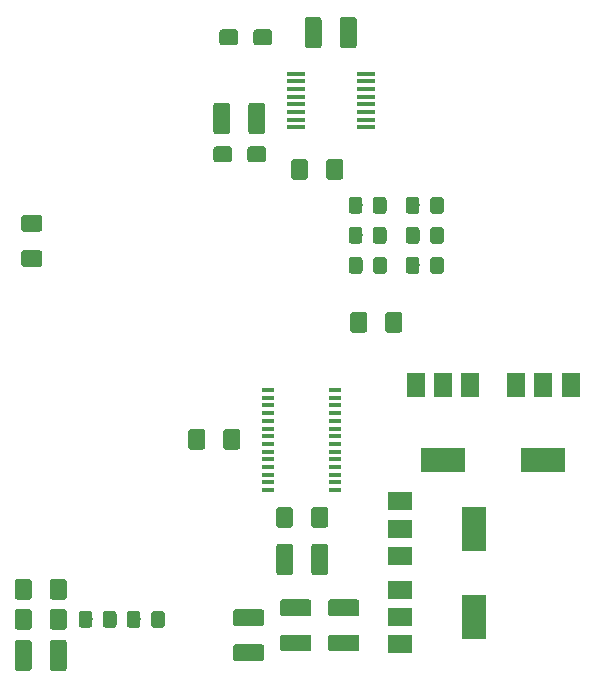
<source format=gbr>
%TF.GenerationSoftware,KiCad,Pcbnew,5.0.2-bee76a0~70~ubuntu16.04.1*%
%TF.CreationDate,2019-03-24T16:15:12-07:00*%
%TF.ProjectId,Pi_Breakout_Board,50695f42-7265-4616-9b6f-75745f426f61,rev?*%
%TF.SameCoordinates,Original*%
%TF.FileFunction,Paste,Top*%
%TF.FilePolarity,Positive*%
%FSLAX46Y46*%
G04 Gerber Fmt 4.6, Leading zero omitted, Abs format (unit mm)*
G04 Created by KiCad (PCBNEW 5.0.2-bee76a0~70~ubuntu16.04.1) date Sun 24 Mar 2019 04:15:12 PM PDT*
%MOMM*%
%LPD*%
G01*
G04 APERTURE LIST*
%ADD10R,2.000000X1.500000*%
%ADD11R,2.000000X3.800000*%
%ADD12R,1.100000X0.400000*%
%ADD13C,0.100000*%
%ADD14C,1.425000*%
%ADD15C,1.350000*%
%ADD16R,3.800000X2.000000*%
%ADD17R,1.500000X2.000000*%
%ADD18R,1.500000X0.450000*%
%ADD19C,1.150000*%
G04 APERTURE END LIST*
D10*
%TO.C,Q4*%
X89850000Y-136200000D03*
X89850000Y-140800000D03*
X89850000Y-138500000D03*
D11*
X96150000Y-138500000D03*
%TD*%
D12*
%TO.C,U1*%
X84350000Y-127725000D03*
X84350000Y-127075000D03*
X84350000Y-126425000D03*
X84350000Y-125775000D03*
X84350000Y-125125000D03*
X84350000Y-124475000D03*
X84350000Y-123825000D03*
X84350000Y-123175000D03*
X84350000Y-122525000D03*
X84350000Y-121875000D03*
X84350000Y-121225000D03*
X84350000Y-120575000D03*
X84350000Y-119925000D03*
X84350000Y-119275000D03*
X78650000Y-119275000D03*
X78650000Y-119925000D03*
X78650000Y-120575000D03*
X78650000Y-121225000D03*
X78650000Y-121875000D03*
X78650000Y-122525000D03*
X78650000Y-123175000D03*
X78650000Y-123825000D03*
X78650000Y-124475000D03*
X78650000Y-125125000D03*
X78650000Y-125775000D03*
X78650000Y-126425000D03*
X78650000Y-127075000D03*
X78650000Y-127725000D03*
%TD*%
D13*
%TO.C,C1*%
G36*
X83545004Y-132280204D02*
X83569273Y-132283804D01*
X83593071Y-132289765D01*
X83616171Y-132298030D01*
X83638349Y-132308520D01*
X83659393Y-132321133D01*
X83679098Y-132335747D01*
X83697277Y-132352223D01*
X83713753Y-132370402D01*
X83728367Y-132390107D01*
X83740980Y-132411151D01*
X83751470Y-132433329D01*
X83759735Y-132456429D01*
X83765696Y-132480227D01*
X83769296Y-132504496D01*
X83770500Y-132529000D01*
X83770500Y-134679000D01*
X83769296Y-134703504D01*
X83765696Y-134727773D01*
X83759735Y-134751571D01*
X83751470Y-134774671D01*
X83740980Y-134796849D01*
X83728367Y-134817893D01*
X83713753Y-134837598D01*
X83697277Y-134855777D01*
X83679098Y-134872253D01*
X83659393Y-134886867D01*
X83638349Y-134899480D01*
X83616171Y-134909970D01*
X83593071Y-134918235D01*
X83569273Y-134924196D01*
X83545004Y-134927796D01*
X83520500Y-134929000D01*
X82595500Y-134929000D01*
X82570996Y-134927796D01*
X82546727Y-134924196D01*
X82522929Y-134918235D01*
X82499829Y-134909970D01*
X82477651Y-134899480D01*
X82456607Y-134886867D01*
X82436902Y-134872253D01*
X82418723Y-134855777D01*
X82402247Y-134837598D01*
X82387633Y-134817893D01*
X82375020Y-134796849D01*
X82364530Y-134774671D01*
X82356265Y-134751571D01*
X82350304Y-134727773D01*
X82346704Y-134703504D01*
X82345500Y-134679000D01*
X82345500Y-132529000D01*
X82346704Y-132504496D01*
X82350304Y-132480227D01*
X82356265Y-132456429D01*
X82364530Y-132433329D01*
X82375020Y-132411151D01*
X82387633Y-132390107D01*
X82402247Y-132370402D01*
X82418723Y-132352223D01*
X82436902Y-132335747D01*
X82456607Y-132321133D01*
X82477651Y-132308520D01*
X82499829Y-132298030D01*
X82522929Y-132289765D01*
X82546727Y-132283804D01*
X82570996Y-132280204D01*
X82595500Y-132279000D01*
X83520500Y-132279000D01*
X83545004Y-132280204D01*
X83545004Y-132280204D01*
G37*
D14*
X83058000Y-133604000D03*
D13*
G36*
X80570004Y-132280204D02*
X80594273Y-132283804D01*
X80618071Y-132289765D01*
X80641171Y-132298030D01*
X80663349Y-132308520D01*
X80684393Y-132321133D01*
X80704098Y-132335747D01*
X80722277Y-132352223D01*
X80738753Y-132370402D01*
X80753367Y-132390107D01*
X80765980Y-132411151D01*
X80776470Y-132433329D01*
X80784735Y-132456429D01*
X80790696Y-132480227D01*
X80794296Y-132504496D01*
X80795500Y-132529000D01*
X80795500Y-134679000D01*
X80794296Y-134703504D01*
X80790696Y-134727773D01*
X80784735Y-134751571D01*
X80776470Y-134774671D01*
X80765980Y-134796849D01*
X80753367Y-134817893D01*
X80738753Y-134837598D01*
X80722277Y-134855777D01*
X80704098Y-134872253D01*
X80684393Y-134886867D01*
X80663349Y-134899480D01*
X80641171Y-134909970D01*
X80618071Y-134918235D01*
X80594273Y-134924196D01*
X80570004Y-134927796D01*
X80545500Y-134929000D01*
X79620500Y-134929000D01*
X79595996Y-134927796D01*
X79571727Y-134924196D01*
X79547929Y-134918235D01*
X79524829Y-134909970D01*
X79502651Y-134899480D01*
X79481607Y-134886867D01*
X79461902Y-134872253D01*
X79443723Y-134855777D01*
X79427247Y-134837598D01*
X79412633Y-134817893D01*
X79400020Y-134796849D01*
X79389530Y-134774671D01*
X79381265Y-134751571D01*
X79375304Y-134727773D01*
X79371704Y-134703504D01*
X79370500Y-134679000D01*
X79370500Y-132529000D01*
X79371704Y-132504496D01*
X79375304Y-132480227D01*
X79381265Y-132456429D01*
X79389530Y-132433329D01*
X79400020Y-132411151D01*
X79412633Y-132390107D01*
X79427247Y-132370402D01*
X79443723Y-132352223D01*
X79461902Y-132335747D01*
X79481607Y-132321133D01*
X79502651Y-132308520D01*
X79524829Y-132298030D01*
X79547929Y-132289765D01*
X79571727Y-132283804D01*
X79595996Y-132280204D01*
X79620500Y-132279000D01*
X80545500Y-132279000D01*
X80570004Y-132280204D01*
X80570004Y-132280204D01*
G37*
D14*
X80083000Y-133604000D03*
%TD*%
D13*
%TO.C,C2*%
G36*
X85962004Y-87676204D02*
X85986273Y-87679804D01*
X86010071Y-87685765D01*
X86033171Y-87694030D01*
X86055349Y-87704520D01*
X86076393Y-87717133D01*
X86096098Y-87731747D01*
X86114277Y-87748223D01*
X86130753Y-87766402D01*
X86145367Y-87786107D01*
X86157980Y-87807151D01*
X86168470Y-87829329D01*
X86176735Y-87852429D01*
X86182696Y-87876227D01*
X86186296Y-87900496D01*
X86187500Y-87925000D01*
X86187500Y-90075000D01*
X86186296Y-90099504D01*
X86182696Y-90123773D01*
X86176735Y-90147571D01*
X86168470Y-90170671D01*
X86157980Y-90192849D01*
X86145367Y-90213893D01*
X86130753Y-90233598D01*
X86114277Y-90251777D01*
X86096098Y-90268253D01*
X86076393Y-90282867D01*
X86055349Y-90295480D01*
X86033171Y-90305970D01*
X86010071Y-90314235D01*
X85986273Y-90320196D01*
X85962004Y-90323796D01*
X85937500Y-90325000D01*
X85012500Y-90325000D01*
X84987996Y-90323796D01*
X84963727Y-90320196D01*
X84939929Y-90314235D01*
X84916829Y-90305970D01*
X84894651Y-90295480D01*
X84873607Y-90282867D01*
X84853902Y-90268253D01*
X84835723Y-90251777D01*
X84819247Y-90233598D01*
X84804633Y-90213893D01*
X84792020Y-90192849D01*
X84781530Y-90170671D01*
X84773265Y-90147571D01*
X84767304Y-90123773D01*
X84763704Y-90099504D01*
X84762500Y-90075000D01*
X84762500Y-87925000D01*
X84763704Y-87900496D01*
X84767304Y-87876227D01*
X84773265Y-87852429D01*
X84781530Y-87829329D01*
X84792020Y-87807151D01*
X84804633Y-87786107D01*
X84819247Y-87766402D01*
X84835723Y-87748223D01*
X84853902Y-87731747D01*
X84873607Y-87717133D01*
X84894651Y-87704520D01*
X84916829Y-87694030D01*
X84939929Y-87685765D01*
X84963727Y-87679804D01*
X84987996Y-87676204D01*
X85012500Y-87675000D01*
X85937500Y-87675000D01*
X85962004Y-87676204D01*
X85962004Y-87676204D01*
G37*
D14*
X85475000Y-89000000D03*
D13*
G36*
X82987004Y-87676204D02*
X83011273Y-87679804D01*
X83035071Y-87685765D01*
X83058171Y-87694030D01*
X83080349Y-87704520D01*
X83101393Y-87717133D01*
X83121098Y-87731747D01*
X83139277Y-87748223D01*
X83155753Y-87766402D01*
X83170367Y-87786107D01*
X83182980Y-87807151D01*
X83193470Y-87829329D01*
X83201735Y-87852429D01*
X83207696Y-87876227D01*
X83211296Y-87900496D01*
X83212500Y-87925000D01*
X83212500Y-90075000D01*
X83211296Y-90099504D01*
X83207696Y-90123773D01*
X83201735Y-90147571D01*
X83193470Y-90170671D01*
X83182980Y-90192849D01*
X83170367Y-90213893D01*
X83155753Y-90233598D01*
X83139277Y-90251777D01*
X83121098Y-90268253D01*
X83101393Y-90282867D01*
X83080349Y-90295480D01*
X83058171Y-90305970D01*
X83035071Y-90314235D01*
X83011273Y-90320196D01*
X82987004Y-90323796D01*
X82962500Y-90325000D01*
X82037500Y-90325000D01*
X82012996Y-90323796D01*
X81988727Y-90320196D01*
X81964929Y-90314235D01*
X81941829Y-90305970D01*
X81919651Y-90295480D01*
X81898607Y-90282867D01*
X81878902Y-90268253D01*
X81860723Y-90251777D01*
X81844247Y-90233598D01*
X81829633Y-90213893D01*
X81817020Y-90192849D01*
X81806530Y-90170671D01*
X81798265Y-90147571D01*
X81792304Y-90123773D01*
X81788704Y-90099504D01*
X81787500Y-90075000D01*
X81787500Y-87925000D01*
X81788704Y-87900496D01*
X81792304Y-87876227D01*
X81798265Y-87852429D01*
X81806530Y-87829329D01*
X81817020Y-87807151D01*
X81829633Y-87786107D01*
X81844247Y-87766402D01*
X81860723Y-87748223D01*
X81878902Y-87731747D01*
X81898607Y-87717133D01*
X81919651Y-87704520D01*
X81941829Y-87694030D01*
X81964929Y-87685765D01*
X81988727Y-87679804D01*
X82012996Y-87676204D01*
X82037500Y-87675000D01*
X82962500Y-87675000D01*
X82987004Y-87676204D01*
X82987004Y-87676204D01*
G37*
D14*
X82500000Y-89000000D03*
%TD*%
D13*
%TO.C,C3*%
G36*
X75919005Y-88734204D02*
X75943273Y-88737804D01*
X75967072Y-88743765D01*
X75990171Y-88752030D01*
X76012350Y-88762520D01*
X76033393Y-88775132D01*
X76053099Y-88789747D01*
X76071277Y-88806223D01*
X76087753Y-88824401D01*
X76102368Y-88844107D01*
X76114980Y-88865150D01*
X76125470Y-88887329D01*
X76133735Y-88910428D01*
X76139696Y-88934227D01*
X76143296Y-88958495D01*
X76144500Y-88982999D01*
X76144500Y-89833001D01*
X76143296Y-89857505D01*
X76139696Y-89881773D01*
X76133735Y-89905572D01*
X76125470Y-89928671D01*
X76114980Y-89950850D01*
X76102368Y-89971893D01*
X76087753Y-89991599D01*
X76071277Y-90009777D01*
X76053099Y-90026253D01*
X76033393Y-90040868D01*
X76012350Y-90053480D01*
X75990171Y-90063970D01*
X75967072Y-90072235D01*
X75943273Y-90078196D01*
X75919005Y-90081796D01*
X75894501Y-90083000D01*
X74819499Y-90083000D01*
X74794995Y-90081796D01*
X74770727Y-90078196D01*
X74746928Y-90072235D01*
X74723829Y-90063970D01*
X74701650Y-90053480D01*
X74680607Y-90040868D01*
X74660901Y-90026253D01*
X74642723Y-90009777D01*
X74626247Y-89991599D01*
X74611632Y-89971893D01*
X74599020Y-89950850D01*
X74588530Y-89928671D01*
X74580265Y-89905572D01*
X74574304Y-89881773D01*
X74570704Y-89857505D01*
X74569500Y-89833001D01*
X74569500Y-88982999D01*
X74570704Y-88958495D01*
X74574304Y-88934227D01*
X74580265Y-88910428D01*
X74588530Y-88887329D01*
X74599020Y-88865150D01*
X74611632Y-88844107D01*
X74626247Y-88824401D01*
X74642723Y-88806223D01*
X74660901Y-88789747D01*
X74680607Y-88775132D01*
X74701650Y-88762520D01*
X74723829Y-88752030D01*
X74746928Y-88743765D01*
X74770727Y-88737804D01*
X74794995Y-88734204D01*
X74819499Y-88733000D01*
X75894501Y-88733000D01*
X75919005Y-88734204D01*
X75919005Y-88734204D01*
G37*
D15*
X75357000Y-89408000D03*
D13*
G36*
X78794005Y-88734204D02*
X78818273Y-88737804D01*
X78842072Y-88743765D01*
X78865171Y-88752030D01*
X78887350Y-88762520D01*
X78908393Y-88775132D01*
X78928099Y-88789747D01*
X78946277Y-88806223D01*
X78962753Y-88824401D01*
X78977368Y-88844107D01*
X78989980Y-88865150D01*
X79000470Y-88887329D01*
X79008735Y-88910428D01*
X79014696Y-88934227D01*
X79018296Y-88958495D01*
X79019500Y-88982999D01*
X79019500Y-89833001D01*
X79018296Y-89857505D01*
X79014696Y-89881773D01*
X79008735Y-89905572D01*
X79000470Y-89928671D01*
X78989980Y-89950850D01*
X78977368Y-89971893D01*
X78962753Y-89991599D01*
X78946277Y-90009777D01*
X78928099Y-90026253D01*
X78908393Y-90040868D01*
X78887350Y-90053480D01*
X78865171Y-90063970D01*
X78842072Y-90072235D01*
X78818273Y-90078196D01*
X78794005Y-90081796D01*
X78769501Y-90083000D01*
X77694499Y-90083000D01*
X77669995Y-90081796D01*
X77645727Y-90078196D01*
X77621928Y-90072235D01*
X77598829Y-90063970D01*
X77576650Y-90053480D01*
X77555607Y-90040868D01*
X77535901Y-90026253D01*
X77517723Y-90009777D01*
X77501247Y-89991599D01*
X77486632Y-89971893D01*
X77474020Y-89950850D01*
X77463530Y-89928671D01*
X77455265Y-89905572D01*
X77449304Y-89881773D01*
X77445704Y-89857505D01*
X77444500Y-89833001D01*
X77444500Y-88982999D01*
X77445704Y-88958495D01*
X77449304Y-88934227D01*
X77455265Y-88910428D01*
X77463530Y-88887329D01*
X77474020Y-88865150D01*
X77486632Y-88844107D01*
X77501247Y-88824401D01*
X77517723Y-88806223D01*
X77535901Y-88789747D01*
X77555607Y-88775132D01*
X77576650Y-88762520D01*
X77598829Y-88752030D01*
X77621928Y-88743765D01*
X77645727Y-88737804D01*
X77669995Y-88734204D01*
X77694499Y-88733000D01*
X78769501Y-88733000D01*
X78794005Y-88734204D01*
X78794005Y-88734204D01*
G37*
D15*
X78232000Y-89408000D03*
%TD*%
D13*
%TO.C,C4*%
G36*
X78211004Y-94942204D02*
X78235273Y-94945804D01*
X78259071Y-94951765D01*
X78282171Y-94960030D01*
X78304349Y-94970520D01*
X78325393Y-94983133D01*
X78345098Y-94997747D01*
X78363277Y-95014223D01*
X78379753Y-95032402D01*
X78394367Y-95052107D01*
X78406980Y-95073151D01*
X78417470Y-95095329D01*
X78425735Y-95118429D01*
X78431696Y-95142227D01*
X78435296Y-95166496D01*
X78436500Y-95191000D01*
X78436500Y-97341000D01*
X78435296Y-97365504D01*
X78431696Y-97389773D01*
X78425735Y-97413571D01*
X78417470Y-97436671D01*
X78406980Y-97458849D01*
X78394367Y-97479893D01*
X78379753Y-97499598D01*
X78363277Y-97517777D01*
X78345098Y-97534253D01*
X78325393Y-97548867D01*
X78304349Y-97561480D01*
X78282171Y-97571970D01*
X78259071Y-97580235D01*
X78235273Y-97586196D01*
X78211004Y-97589796D01*
X78186500Y-97591000D01*
X77261500Y-97591000D01*
X77236996Y-97589796D01*
X77212727Y-97586196D01*
X77188929Y-97580235D01*
X77165829Y-97571970D01*
X77143651Y-97561480D01*
X77122607Y-97548867D01*
X77102902Y-97534253D01*
X77084723Y-97517777D01*
X77068247Y-97499598D01*
X77053633Y-97479893D01*
X77041020Y-97458849D01*
X77030530Y-97436671D01*
X77022265Y-97413571D01*
X77016304Y-97389773D01*
X77012704Y-97365504D01*
X77011500Y-97341000D01*
X77011500Y-95191000D01*
X77012704Y-95166496D01*
X77016304Y-95142227D01*
X77022265Y-95118429D01*
X77030530Y-95095329D01*
X77041020Y-95073151D01*
X77053633Y-95052107D01*
X77068247Y-95032402D01*
X77084723Y-95014223D01*
X77102902Y-94997747D01*
X77122607Y-94983133D01*
X77143651Y-94970520D01*
X77165829Y-94960030D01*
X77188929Y-94951765D01*
X77212727Y-94945804D01*
X77236996Y-94942204D01*
X77261500Y-94941000D01*
X78186500Y-94941000D01*
X78211004Y-94942204D01*
X78211004Y-94942204D01*
G37*
D14*
X77724000Y-96266000D03*
D13*
G36*
X75236004Y-94942204D02*
X75260273Y-94945804D01*
X75284071Y-94951765D01*
X75307171Y-94960030D01*
X75329349Y-94970520D01*
X75350393Y-94983133D01*
X75370098Y-94997747D01*
X75388277Y-95014223D01*
X75404753Y-95032402D01*
X75419367Y-95052107D01*
X75431980Y-95073151D01*
X75442470Y-95095329D01*
X75450735Y-95118429D01*
X75456696Y-95142227D01*
X75460296Y-95166496D01*
X75461500Y-95191000D01*
X75461500Y-97341000D01*
X75460296Y-97365504D01*
X75456696Y-97389773D01*
X75450735Y-97413571D01*
X75442470Y-97436671D01*
X75431980Y-97458849D01*
X75419367Y-97479893D01*
X75404753Y-97499598D01*
X75388277Y-97517777D01*
X75370098Y-97534253D01*
X75350393Y-97548867D01*
X75329349Y-97561480D01*
X75307171Y-97571970D01*
X75284071Y-97580235D01*
X75260273Y-97586196D01*
X75236004Y-97589796D01*
X75211500Y-97591000D01*
X74286500Y-97591000D01*
X74261996Y-97589796D01*
X74237727Y-97586196D01*
X74213929Y-97580235D01*
X74190829Y-97571970D01*
X74168651Y-97561480D01*
X74147607Y-97548867D01*
X74127902Y-97534253D01*
X74109723Y-97517777D01*
X74093247Y-97499598D01*
X74078633Y-97479893D01*
X74066020Y-97458849D01*
X74055530Y-97436671D01*
X74047265Y-97413571D01*
X74041304Y-97389773D01*
X74037704Y-97365504D01*
X74036500Y-97341000D01*
X74036500Y-95191000D01*
X74037704Y-95166496D01*
X74041304Y-95142227D01*
X74047265Y-95118429D01*
X74055530Y-95095329D01*
X74066020Y-95073151D01*
X74078633Y-95052107D01*
X74093247Y-95032402D01*
X74109723Y-95014223D01*
X74127902Y-94997747D01*
X74147607Y-94983133D01*
X74168651Y-94970520D01*
X74190829Y-94960030D01*
X74213929Y-94951765D01*
X74237727Y-94945804D01*
X74261996Y-94942204D01*
X74286500Y-94941000D01*
X75211500Y-94941000D01*
X75236004Y-94942204D01*
X75236004Y-94942204D01*
G37*
D14*
X74749000Y-96266000D03*
%TD*%
D13*
%TO.C,C5*%
G36*
X78286005Y-98640204D02*
X78310273Y-98643804D01*
X78334072Y-98649765D01*
X78357171Y-98658030D01*
X78379350Y-98668520D01*
X78400393Y-98681132D01*
X78420099Y-98695747D01*
X78438277Y-98712223D01*
X78454753Y-98730401D01*
X78469368Y-98750107D01*
X78481980Y-98771150D01*
X78492470Y-98793329D01*
X78500735Y-98816428D01*
X78506696Y-98840227D01*
X78510296Y-98864495D01*
X78511500Y-98888999D01*
X78511500Y-99739001D01*
X78510296Y-99763505D01*
X78506696Y-99787773D01*
X78500735Y-99811572D01*
X78492470Y-99834671D01*
X78481980Y-99856850D01*
X78469368Y-99877893D01*
X78454753Y-99897599D01*
X78438277Y-99915777D01*
X78420099Y-99932253D01*
X78400393Y-99946868D01*
X78379350Y-99959480D01*
X78357171Y-99969970D01*
X78334072Y-99978235D01*
X78310273Y-99984196D01*
X78286005Y-99987796D01*
X78261501Y-99989000D01*
X77186499Y-99989000D01*
X77161995Y-99987796D01*
X77137727Y-99984196D01*
X77113928Y-99978235D01*
X77090829Y-99969970D01*
X77068650Y-99959480D01*
X77047607Y-99946868D01*
X77027901Y-99932253D01*
X77009723Y-99915777D01*
X76993247Y-99897599D01*
X76978632Y-99877893D01*
X76966020Y-99856850D01*
X76955530Y-99834671D01*
X76947265Y-99811572D01*
X76941304Y-99787773D01*
X76937704Y-99763505D01*
X76936500Y-99739001D01*
X76936500Y-98888999D01*
X76937704Y-98864495D01*
X76941304Y-98840227D01*
X76947265Y-98816428D01*
X76955530Y-98793329D01*
X76966020Y-98771150D01*
X76978632Y-98750107D01*
X76993247Y-98730401D01*
X77009723Y-98712223D01*
X77027901Y-98695747D01*
X77047607Y-98681132D01*
X77068650Y-98668520D01*
X77090829Y-98658030D01*
X77113928Y-98649765D01*
X77137727Y-98643804D01*
X77161995Y-98640204D01*
X77186499Y-98639000D01*
X78261501Y-98639000D01*
X78286005Y-98640204D01*
X78286005Y-98640204D01*
G37*
D15*
X77724000Y-99314000D03*
D13*
G36*
X75411005Y-98640204D02*
X75435273Y-98643804D01*
X75459072Y-98649765D01*
X75482171Y-98658030D01*
X75504350Y-98668520D01*
X75525393Y-98681132D01*
X75545099Y-98695747D01*
X75563277Y-98712223D01*
X75579753Y-98730401D01*
X75594368Y-98750107D01*
X75606980Y-98771150D01*
X75617470Y-98793329D01*
X75625735Y-98816428D01*
X75631696Y-98840227D01*
X75635296Y-98864495D01*
X75636500Y-98888999D01*
X75636500Y-99739001D01*
X75635296Y-99763505D01*
X75631696Y-99787773D01*
X75625735Y-99811572D01*
X75617470Y-99834671D01*
X75606980Y-99856850D01*
X75594368Y-99877893D01*
X75579753Y-99897599D01*
X75563277Y-99915777D01*
X75545099Y-99932253D01*
X75525393Y-99946868D01*
X75504350Y-99959480D01*
X75482171Y-99969970D01*
X75459072Y-99978235D01*
X75435273Y-99984196D01*
X75411005Y-99987796D01*
X75386501Y-99989000D01*
X74311499Y-99989000D01*
X74286995Y-99987796D01*
X74262727Y-99984196D01*
X74238928Y-99978235D01*
X74215829Y-99969970D01*
X74193650Y-99959480D01*
X74172607Y-99946868D01*
X74152901Y-99932253D01*
X74134723Y-99915777D01*
X74118247Y-99897599D01*
X74103632Y-99877893D01*
X74091020Y-99856850D01*
X74080530Y-99834671D01*
X74072265Y-99811572D01*
X74066304Y-99787773D01*
X74062704Y-99763505D01*
X74061500Y-99739001D01*
X74061500Y-98888999D01*
X74062704Y-98864495D01*
X74066304Y-98840227D01*
X74072265Y-98816428D01*
X74080530Y-98793329D01*
X74091020Y-98771150D01*
X74103632Y-98750107D01*
X74118247Y-98730401D01*
X74134723Y-98712223D01*
X74152901Y-98695747D01*
X74172607Y-98681132D01*
X74193650Y-98668520D01*
X74215829Y-98658030D01*
X74238928Y-98649765D01*
X74262727Y-98643804D01*
X74286995Y-98640204D01*
X74311499Y-98639000D01*
X75386501Y-98639000D01*
X75411005Y-98640204D01*
X75411005Y-98640204D01*
G37*
D15*
X74849000Y-99314000D03*
%TD*%
D13*
%TO.C,C9*%
G36*
X58435504Y-140408204D02*
X58459773Y-140411804D01*
X58483571Y-140417765D01*
X58506671Y-140426030D01*
X58528849Y-140436520D01*
X58549893Y-140449133D01*
X58569598Y-140463747D01*
X58587777Y-140480223D01*
X58604253Y-140498402D01*
X58618867Y-140518107D01*
X58631480Y-140539151D01*
X58641970Y-140561329D01*
X58650235Y-140584429D01*
X58656196Y-140608227D01*
X58659796Y-140632496D01*
X58661000Y-140657000D01*
X58661000Y-142807000D01*
X58659796Y-142831504D01*
X58656196Y-142855773D01*
X58650235Y-142879571D01*
X58641970Y-142902671D01*
X58631480Y-142924849D01*
X58618867Y-142945893D01*
X58604253Y-142965598D01*
X58587777Y-142983777D01*
X58569598Y-143000253D01*
X58549893Y-143014867D01*
X58528849Y-143027480D01*
X58506671Y-143037970D01*
X58483571Y-143046235D01*
X58459773Y-143052196D01*
X58435504Y-143055796D01*
X58411000Y-143057000D01*
X57486000Y-143057000D01*
X57461496Y-143055796D01*
X57437227Y-143052196D01*
X57413429Y-143046235D01*
X57390329Y-143037970D01*
X57368151Y-143027480D01*
X57347107Y-143014867D01*
X57327402Y-143000253D01*
X57309223Y-142983777D01*
X57292747Y-142965598D01*
X57278133Y-142945893D01*
X57265520Y-142924849D01*
X57255030Y-142902671D01*
X57246765Y-142879571D01*
X57240804Y-142855773D01*
X57237204Y-142831504D01*
X57236000Y-142807000D01*
X57236000Y-140657000D01*
X57237204Y-140632496D01*
X57240804Y-140608227D01*
X57246765Y-140584429D01*
X57255030Y-140561329D01*
X57265520Y-140539151D01*
X57278133Y-140518107D01*
X57292747Y-140498402D01*
X57309223Y-140480223D01*
X57327402Y-140463747D01*
X57347107Y-140449133D01*
X57368151Y-140436520D01*
X57390329Y-140426030D01*
X57413429Y-140417765D01*
X57437227Y-140411804D01*
X57461496Y-140408204D01*
X57486000Y-140407000D01*
X58411000Y-140407000D01*
X58435504Y-140408204D01*
X58435504Y-140408204D01*
G37*
D14*
X57948500Y-141732000D03*
D13*
G36*
X61410504Y-140408204D02*
X61434773Y-140411804D01*
X61458571Y-140417765D01*
X61481671Y-140426030D01*
X61503849Y-140436520D01*
X61524893Y-140449133D01*
X61544598Y-140463747D01*
X61562777Y-140480223D01*
X61579253Y-140498402D01*
X61593867Y-140518107D01*
X61606480Y-140539151D01*
X61616970Y-140561329D01*
X61625235Y-140584429D01*
X61631196Y-140608227D01*
X61634796Y-140632496D01*
X61636000Y-140657000D01*
X61636000Y-142807000D01*
X61634796Y-142831504D01*
X61631196Y-142855773D01*
X61625235Y-142879571D01*
X61616970Y-142902671D01*
X61606480Y-142924849D01*
X61593867Y-142945893D01*
X61579253Y-142965598D01*
X61562777Y-142983777D01*
X61544598Y-143000253D01*
X61524893Y-143014867D01*
X61503849Y-143027480D01*
X61481671Y-143037970D01*
X61458571Y-143046235D01*
X61434773Y-143052196D01*
X61410504Y-143055796D01*
X61386000Y-143057000D01*
X60461000Y-143057000D01*
X60436496Y-143055796D01*
X60412227Y-143052196D01*
X60388429Y-143046235D01*
X60365329Y-143037970D01*
X60343151Y-143027480D01*
X60322107Y-143014867D01*
X60302402Y-143000253D01*
X60284223Y-142983777D01*
X60267747Y-142965598D01*
X60253133Y-142945893D01*
X60240520Y-142924849D01*
X60230030Y-142902671D01*
X60221765Y-142879571D01*
X60215804Y-142855773D01*
X60212204Y-142831504D01*
X60211000Y-142807000D01*
X60211000Y-140657000D01*
X60212204Y-140632496D01*
X60215804Y-140608227D01*
X60221765Y-140584429D01*
X60230030Y-140561329D01*
X60240520Y-140539151D01*
X60253133Y-140518107D01*
X60267747Y-140498402D01*
X60284223Y-140480223D01*
X60302402Y-140463747D01*
X60322107Y-140449133D01*
X60343151Y-140436520D01*
X60365329Y-140426030D01*
X60388429Y-140417765D01*
X60412227Y-140411804D01*
X60436496Y-140408204D01*
X60461000Y-140407000D01*
X61386000Y-140407000D01*
X61410504Y-140408204D01*
X61410504Y-140408204D01*
G37*
D14*
X60923500Y-141732000D03*
%TD*%
D16*
%TO.C,Q1*%
X102000000Y-125150000D03*
D17*
X102000000Y-118850000D03*
X99700000Y-118850000D03*
X104300000Y-118850000D03*
%TD*%
%TO.C,Q2*%
X95800000Y-118850000D03*
X91200000Y-118850000D03*
X93500000Y-118850000D03*
D16*
X93500000Y-125150000D03*
%TD*%
D11*
%TO.C,Q3*%
X96150000Y-131000000D03*
D10*
X89850000Y-131000000D03*
X89850000Y-133300000D03*
X89850000Y-128700000D03*
%TD*%
D13*
%TO.C,R1*%
G36*
X73131004Y-122570204D02*
X73155273Y-122573804D01*
X73179071Y-122579765D01*
X73202171Y-122588030D01*
X73224349Y-122598520D01*
X73245393Y-122611133D01*
X73265098Y-122625747D01*
X73283277Y-122642223D01*
X73299753Y-122660402D01*
X73314367Y-122680107D01*
X73326980Y-122701151D01*
X73337470Y-122723329D01*
X73345735Y-122746429D01*
X73351696Y-122770227D01*
X73355296Y-122794496D01*
X73356500Y-122819000D01*
X73356500Y-124069000D01*
X73355296Y-124093504D01*
X73351696Y-124117773D01*
X73345735Y-124141571D01*
X73337470Y-124164671D01*
X73326980Y-124186849D01*
X73314367Y-124207893D01*
X73299753Y-124227598D01*
X73283277Y-124245777D01*
X73265098Y-124262253D01*
X73245393Y-124276867D01*
X73224349Y-124289480D01*
X73202171Y-124299970D01*
X73179071Y-124308235D01*
X73155273Y-124314196D01*
X73131004Y-124317796D01*
X73106500Y-124319000D01*
X72181500Y-124319000D01*
X72156996Y-124317796D01*
X72132727Y-124314196D01*
X72108929Y-124308235D01*
X72085829Y-124299970D01*
X72063651Y-124289480D01*
X72042607Y-124276867D01*
X72022902Y-124262253D01*
X72004723Y-124245777D01*
X71988247Y-124227598D01*
X71973633Y-124207893D01*
X71961020Y-124186849D01*
X71950530Y-124164671D01*
X71942265Y-124141571D01*
X71936304Y-124117773D01*
X71932704Y-124093504D01*
X71931500Y-124069000D01*
X71931500Y-122819000D01*
X71932704Y-122794496D01*
X71936304Y-122770227D01*
X71942265Y-122746429D01*
X71950530Y-122723329D01*
X71961020Y-122701151D01*
X71973633Y-122680107D01*
X71988247Y-122660402D01*
X72004723Y-122642223D01*
X72022902Y-122625747D01*
X72042607Y-122611133D01*
X72063651Y-122598520D01*
X72085829Y-122588030D01*
X72108929Y-122579765D01*
X72132727Y-122573804D01*
X72156996Y-122570204D01*
X72181500Y-122569000D01*
X73106500Y-122569000D01*
X73131004Y-122570204D01*
X73131004Y-122570204D01*
G37*
D14*
X72644000Y-123444000D03*
D13*
G36*
X76106004Y-122570204D02*
X76130273Y-122573804D01*
X76154071Y-122579765D01*
X76177171Y-122588030D01*
X76199349Y-122598520D01*
X76220393Y-122611133D01*
X76240098Y-122625747D01*
X76258277Y-122642223D01*
X76274753Y-122660402D01*
X76289367Y-122680107D01*
X76301980Y-122701151D01*
X76312470Y-122723329D01*
X76320735Y-122746429D01*
X76326696Y-122770227D01*
X76330296Y-122794496D01*
X76331500Y-122819000D01*
X76331500Y-124069000D01*
X76330296Y-124093504D01*
X76326696Y-124117773D01*
X76320735Y-124141571D01*
X76312470Y-124164671D01*
X76301980Y-124186849D01*
X76289367Y-124207893D01*
X76274753Y-124227598D01*
X76258277Y-124245777D01*
X76240098Y-124262253D01*
X76220393Y-124276867D01*
X76199349Y-124289480D01*
X76177171Y-124299970D01*
X76154071Y-124308235D01*
X76130273Y-124314196D01*
X76106004Y-124317796D01*
X76081500Y-124319000D01*
X75156500Y-124319000D01*
X75131996Y-124317796D01*
X75107727Y-124314196D01*
X75083929Y-124308235D01*
X75060829Y-124299970D01*
X75038651Y-124289480D01*
X75017607Y-124276867D01*
X74997902Y-124262253D01*
X74979723Y-124245777D01*
X74963247Y-124227598D01*
X74948633Y-124207893D01*
X74936020Y-124186849D01*
X74925530Y-124164671D01*
X74917265Y-124141571D01*
X74911304Y-124117773D01*
X74907704Y-124093504D01*
X74906500Y-124069000D01*
X74906500Y-122819000D01*
X74907704Y-122794496D01*
X74911304Y-122770227D01*
X74917265Y-122746429D01*
X74925530Y-122723329D01*
X74936020Y-122701151D01*
X74948633Y-122680107D01*
X74963247Y-122660402D01*
X74979723Y-122642223D01*
X74997902Y-122625747D01*
X75017607Y-122611133D01*
X75038651Y-122598520D01*
X75060829Y-122588030D01*
X75083929Y-122579765D01*
X75107727Y-122573804D01*
X75131996Y-122570204D01*
X75156500Y-122569000D01*
X76081500Y-122569000D01*
X76106004Y-122570204D01*
X76106004Y-122570204D01*
G37*
D14*
X75619000Y-123444000D03*
%TD*%
D13*
%TO.C,R2*%
G36*
X80570004Y-129174204D02*
X80594273Y-129177804D01*
X80618071Y-129183765D01*
X80641171Y-129192030D01*
X80663349Y-129202520D01*
X80684393Y-129215133D01*
X80704098Y-129229747D01*
X80722277Y-129246223D01*
X80738753Y-129264402D01*
X80753367Y-129284107D01*
X80765980Y-129305151D01*
X80776470Y-129327329D01*
X80784735Y-129350429D01*
X80790696Y-129374227D01*
X80794296Y-129398496D01*
X80795500Y-129423000D01*
X80795500Y-130673000D01*
X80794296Y-130697504D01*
X80790696Y-130721773D01*
X80784735Y-130745571D01*
X80776470Y-130768671D01*
X80765980Y-130790849D01*
X80753367Y-130811893D01*
X80738753Y-130831598D01*
X80722277Y-130849777D01*
X80704098Y-130866253D01*
X80684393Y-130880867D01*
X80663349Y-130893480D01*
X80641171Y-130903970D01*
X80618071Y-130912235D01*
X80594273Y-130918196D01*
X80570004Y-130921796D01*
X80545500Y-130923000D01*
X79620500Y-130923000D01*
X79595996Y-130921796D01*
X79571727Y-130918196D01*
X79547929Y-130912235D01*
X79524829Y-130903970D01*
X79502651Y-130893480D01*
X79481607Y-130880867D01*
X79461902Y-130866253D01*
X79443723Y-130849777D01*
X79427247Y-130831598D01*
X79412633Y-130811893D01*
X79400020Y-130790849D01*
X79389530Y-130768671D01*
X79381265Y-130745571D01*
X79375304Y-130721773D01*
X79371704Y-130697504D01*
X79370500Y-130673000D01*
X79370500Y-129423000D01*
X79371704Y-129398496D01*
X79375304Y-129374227D01*
X79381265Y-129350429D01*
X79389530Y-129327329D01*
X79400020Y-129305151D01*
X79412633Y-129284107D01*
X79427247Y-129264402D01*
X79443723Y-129246223D01*
X79461902Y-129229747D01*
X79481607Y-129215133D01*
X79502651Y-129202520D01*
X79524829Y-129192030D01*
X79547929Y-129183765D01*
X79571727Y-129177804D01*
X79595996Y-129174204D01*
X79620500Y-129173000D01*
X80545500Y-129173000D01*
X80570004Y-129174204D01*
X80570004Y-129174204D01*
G37*
D14*
X80083000Y-130048000D03*
D13*
G36*
X83545004Y-129174204D02*
X83569273Y-129177804D01*
X83593071Y-129183765D01*
X83616171Y-129192030D01*
X83638349Y-129202520D01*
X83659393Y-129215133D01*
X83679098Y-129229747D01*
X83697277Y-129246223D01*
X83713753Y-129264402D01*
X83728367Y-129284107D01*
X83740980Y-129305151D01*
X83751470Y-129327329D01*
X83759735Y-129350429D01*
X83765696Y-129374227D01*
X83769296Y-129398496D01*
X83770500Y-129423000D01*
X83770500Y-130673000D01*
X83769296Y-130697504D01*
X83765696Y-130721773D01*
X83759735Y-130745571D01*
X83751470Y-130768671D01*
X83740980Y-130790849D01*
X83728367Y-130811893D01*
X83713753Y-130831598D01*
X83697277Y-130849777D01*
X83679098Y-130866253D01*
X83659393Y-130880867D01*
X83638349Y-130893480D01*
X83616171Y-130903970D01*
X83593071Y-130912235D01*
X83569273Y-130918196D01*
X83545004Y-130921796D01*
X83520500Y-130923000D01*
X82595500Y-130923000D01*
X82570996Y-130921796D01*
X82546727Y-130918196D01*
X82522929Y-130912235D01*
X82499829Y-130903970D01*
X82477651Y-130893480D01*
X82456607Y-130880867D01*
X82436902Y-130866253D01*
X82418723Y-130849777D01*
X82402247Y-130831598D01*
X82387633Y-130811893D01*
X82375020Y-130790849D01*
X82364530Y-130768671D01*
X82356265Y-130745571D01*
X82350304Y-130721773D01*
X82346704Y-130697504D01*
X82345500Y-130673000D01*
X82345500Y-129423000D01*
X82346704Y-129398496D01*
X82350304Y-129374227D01*
X82356265Y-129350429D01*
X82364530Y-129327329D01*
X82375020Y-129305151D01*
X82387633Y-129284107D01*
X82402247Y-129264402D01*
X82418723Y-129246223D01*
X82436902Y-129229747D01*
X82456607Y-129215133D01*
X82477651Y-129202520D01*
X82499829Y-129192030D01*
X82522929Y-129183765D01*
X82546727Y-129177804D01*
X82570996Y-129174204D01*
X82595500Y-129173000D01*
X83520500Y-129173000D01*
X83545004Y-129174204D01*
X83545004Y-129174204D01*
G37*
D14*
X83058000Y-130048000D03*
%TD*%
D13*
%TO.C,R7*%
G36*
X86847004Y-112664204D02*
X86871273Y-112667804D01*
X86895071Y-112673765D01*
X86918171Y-112682030D01*
X86940349Y-112692520D01*
X86961393Y-112705133D01*
X86981098Y-112719747D01*
X86999277Y-112736223D01*
X87015753Y-112754402D01*
X87030367Y-112774107D01*
X87042980Y-112795151D01*
X87053470Y-112817329D01*
X87061735Y-112840429D01*
X87067696Y-112864227D01*
X87071296Y-112888496D01*
X87072500Y-112913000D01*
X87072500Y-114163000D01*
X87071296Y-114187504D01*
X87067696Y-114211773D01*
X87061735Y-114235571D01*
X87053470Y-114258671D01*
X87042980Y-114280849D01*
X87030367Y-114301893D01*
X87015753Y-114321598D01*
X86999277Y-114339777D01*
X86981098Y-114356253D01*
X86961393Y-114370867D01*
X86940349Y-114383480D01*
X86918171Y-114393970D01*
X86895071Y-114402235D01*
X86871273Y-114408196D01*
X86847004Y-114411796D01*
X86822500Y-114413000D01*
X85897500Y-114413000D01*
X85872996Y-114411796D01*
X85848727Y-114408196D01*
X85824929Y-114402235D01*
X85801829Y-114393970D01*
X85779651Y-114383480D01*
X85758607Y-114370867D01*
X85738902Y-114356253D01*
X85720723Y-114339777D01*
X85704247Y-114321598D01*
X85689633Y-114301893D01*
X85677020Y-114280849D01*
X85666530Y-114258671D01*
X85658265Y-114235571D01*
X85652304Y-114211773D01*
X85648704Y-114187504D01*
X85647500Y-114163000D01*
X85647500Y-112913000D01*
X85648704Y-112888496D01*
X85652304Y-112864227D01*
X85658265Y-112840429D01*
X85666530Y-112817329D01*
X85677020Y-112795151D01*
X85689633Y-112774107D01*
X85704247Y-112754402D01*
X85720723Y-112736223D01*
X85738902Y-112719747D01*
X85758607Y-112705133D01*
X85779651Y-112692520D01*
X85801829Y-112682030D01*
X85824929Y-112673765D01*
X85848727Y-112667804D01*
X85872996Y-112664204D01*
X85897500Y-112663000D01*
X86822500Y-112663000D01*
X86847004Y-112664204D01*
X86847004Y-112664204D01*
G37*
D14*
X86360000Y-113538000D03*
D13*
G36*
X89822004Y-112664204D02*
X89846273Y-112667804D01*
X89870071Y-112673765D01*
X89893171Y-112682030D01*
X89915349Y-112692520D01*
X89936393Y-112705133D01*
X89956098Y-112719747D01*
X89974277Y-112736223D01*
X89990753Y-112754402D01*
X90005367Y-112774107D01*
X90017980Y-112795151D01*
X90028470Y-112817329D01*
X90036735Y-112840429D01*
X90042696Y-112864227D01*
X90046296Y-112888496D01*
X90047500Y-112913000D01*
X90047500Y-114163000D01*
X90046296Y-114187504D01*
X90042696Y-114211773D01*
X90036735Y-114235571D01*
X90028470Y-114258671D01*
X90017980Y-114280849D01*
X90005367Y-114301893D01*
X89990753Y-114321598D01*
X89974277Y-114339777D01*
X89956098Y-114356253D01*
X89936393Y-114370867D01*
X89915349Y-114383480D01*
X89893171Y-114393970D01*
X89870071Y-114402235D01*
X89846273Y-114408196D01*
X89822004Y-114411796D01*
X89797500Y-114413000D01*
X88872500Y-114413000D01*
X88847996Y-114411796D01*
X88823727Y-114408196D01*
X88799929Y-114402235D01*
X88776829Y-114393970D01*
X88754651Y-114383480D01*
X88733607Y-114370867D01*
X88713902Y-114356253D01*
X88695723Y-114339777D01*
X88679247Y-114321598D01*
X88664633Y-114301893D01*
X88652020Y-114280849D01*
X88641530Y-114258671D01*
X88633265Y-114235571D01*
X88627304Y-114211773D01*
X88623704Y-114187504D01*
X88622500Y-114163000D01*
X88622500Y-112913000D01*
X88623704Y-112888496D01*
X88627304Y-112864227D01*
X88633265Y-112840429D01*
X88641530Y-112817329D01*
X88652020Y-112795151D01*
X88664633Y-112774107D01*
X88679247Y-112754402D01*
X88695723Y-112736223D01*
X88713902Y-112719747D01*
X88733607Y-112705133D01*
X88754651Y-112692520D01*
X88776829Y-112682030D01*
X88799929Y-112673765D01*
X88823727Y-112667804D01*
X88847996Y-112664204D01*
X88872500Y-112663000D01*
X89797500Y-112663000D01*
X89822004Y-112664204D01*
X89822004Y-112664204D01*
G37*
D14*
X89335000Y-113538000D03*
%TD*%
D13*
%TO.C,R9*%
G36*
X59323504Y-107419704D02*
X59347773Y-107423304D01*
X59371571Y-107429265D01*
X59394671Y-107437530D01*
X59416849Y-107448020D01*
X59437893Y-107460633D01*
X59457598Y-107475247D01*
X59475777Y-107491723D01*
X59492253Y-107509902D01*
X59506867Y-107529607D01*
X59519480Y-107550651D01*
X59529970Y-107572829D01*
X59538235Y-107595929D01*
X59544196Y-107619727D01*
X59547796Y-107643996D01*
X59549000Y-107668500D01*
X59549000Y-108593500D01*
X59547796Y-108618004D01*
X59544196Y-108642273D01*
X59538235Y-108666071D01*
X59529970Y-108689171D01*
X59519480Y-108711349D01*
X59506867Y-108732393D01*
X59492253Y-108752098D01*
X59475777Y-108770277D01*
X59457598Y-108786753D01*
X59437893Y-108801367D01*
X59416849Y-108813980D01*
X59394671Y-108824470D01*
X59371571Y-108832735D01*
X59347773Y-108838696D01*
X59323504Y-108842296D01*
X59299000Y-108843500D01*
X58049000Y-108843500D01*
X58024496Y-108842296D01*
X58000227Y-108838696D01*
X57976429Y-108832735D01*
X57953329Y-108824470D01*
X57931151Y-108813980D01*
X57910107Y-108801367D01*
X57890402Y-108786753D01*
X57872223Y-108770277D01*
X57855747Y-108752098D01*
X57841133Y-108732393D01*
X57828520Y-108711349D01*
X57818030Y-108689171D01*
X57809765Y-108666071D01*
X57803804Y-108642273D01*
X57800204Y-108618004D01*
X57799000Y-108593500D01*
X57799000Y-107668500D01*
X57800204Y-107643996D01*
X57803804Y-107619727D01*
X57809765Y-107595929D01*
X57818030Y-107572829D01*
X57828520Y-107550651D01*
X57841133Y-107529607D01*
X57855747Y-107509902D01*
X57872223Y-107491723D01*
X57890402Y-107475247D01*
X57910107Y-107460633D01*
X57931151Y-107448020D01*
X57953329Y-107437530D01*
X57976429Y-107429265D01*
X58000227Y-107423304D01*
X58024496Y-107419704D01*
X58049000Y-107418500D01*
X59299000Y-107418500D01*
X59323504Y-107419704D01*
X59323504Y-107419704D01*
G37*
D14*
X58674000Y-108131000D03*
D13*
G36*
X59323504Y-104444704D02*
X59347773Y-104448304D01*
X59371571Y-104454265D01*
X59394671Y-104462530D01*
X59416849Y-104473020D01*
X59437893Y-104485633D01*
X59457598Y-104500247D01*
X59475777Y-104516723D01*
X59492253Y-104534902D01*
X59506867Y-104554607D01*
X59519480Y-104575651D01*
X59529970Y-104597829D01*
X59538235Y-104620929D01*
X59544196Y-104644727D01*
X59547796Y-104668996D01*
X59549000Y-104693500D01*
X59549000Y-105618500D01*
X59547796Y-105643004D01*
X59544196Y-105667273D01*
X59538235Y-105691071D01*
X59529970Y-105714171D01*
X59519480Y-105736349D01*
X59506867Y-105757393D01*
X59492253Y-105777098D01*
X59475777Y-105795277D01*
X59457598Y-105811753D01*
X59437893Y-105826367D01*
X59416849Y-105838980D01*
X59394671Y-105849470D01*
X59371571Y-105857735D01*
X59347773Y-105863696D01*
X59323504Y-105867296D01*
X59299000Y-105868500D01*
X58049000Y-105868500D01*
X58024496Y-105867296D01*
X58000227Y-105863696D01*
X57976429Y-105857735D01*
X57953329Y-105849470D01*
X57931151Y-105838980D01*
X57910107Y-105826367D01*
X57890402Y-105811753D01*
X57872223Y-105795277D01*
X57855747Y-105777098D01*
X57841133Y-105757393D01*
X57828520Y-105736349D01*
X57818030Y-105714171D01*
X57809765Y-105691071D01*
X57803804Y-105667273D01*
X57800204Y-105643004D01*
X57799000Y-105618500D01*
X57799000Y-104693500D01*
X57800204Y-104668996D01*
X57803804Y-104644727D01*
X57809765Y-104620929D01*
X57818030Y-104597829D01*
X57828520Y-104575651D01*
X57841133Y-104554607D01*
X57855747Y-104534902D01*
X57872223Y-104516723D01*
X57890402Y-104500247D01*
X57910107Y-104485633D01*
X57931151Y-104473020D01*
X57953329Y-104462530D01*
X57976429Y-104454265D01*
X58000227Y-104448304D01*
X58024496Y-104444704D01*
X58049000Y-104443500D01*
X59299000Y-104443500D01*
X59323504Y-104444704D01*
X59323504Y-104444704D01*
G37*
D14*
X58674000Y-105156000D03*
%TD*%
D13*
%TO.C,R12*%
G36*
X61410504Y-137810204D02*
X61434773Y-137813804D01*
X61458571Y-137819765D01*
X61481671Y-137828030D01*
X61503849Y-137838520D01*
X61524893Y-137851133D01*
X61544598Y-137865747D01*
X61562777Y-137882223D01*
X61579253Y-137900402D01*
X61593867Y-137920107D01*
X61606480Y-137941151D01*
X61616970Y-137963329D01*
X61625235Y-137986429D01*
X61631196Y-138010227D01*
X61634796Y-138034496D01*
X61636000Y-138059000D01*
X61636000Y-139309000D01*
X61634796Y-139333504D01*
X61631196Y-139357773D01*
X61625235Y-139381571D01*
X61616970Y-139404671D01*
X61606480Y-139426849D01*
X61593867Y-139447893D01*
X61579253Y-139467598D01*
X61562777Y-139485777D01*
X61544598Y-139502253D01*
X61524893Y-139516867D01*
X61503849Y-139529480D01*
X61481671Y-139539970D01*
X61458571Y-139548235D01*
X61434773Y-139554196D01*
X61410504Y-139557796D01*
X61386000Y-139559000D01*
X60461000Y-139559000D01*
X60436496Y-139557796D01*
X60412227Y-139554196D01*
X60388429Y-139548235D01*
X60365329Y-139539970D01*
X60343151Y-139529480D01*
X60322107Y-139516867D01*
X60302402Y-139502253D01*
X60284223Y-139485777D01*
X60267747Y-139467598D01*
X60253133Y-139447893D01*
X60240520Y-139426849D01*
X60230030Y-139404671D01*
X60221765Y-139381571D01*
X60215804Y-139357773D01*
X60212204Y-139333504D01*
X60211000Y-139309000D01*
X60211000Y-138059000D01*
X60212204Y-138034496D01*
X60215804Y-138010227D01*
X60221765Y-137986429D01*
X60230030Y-137963329D01*
X60240520Y-137941151D01*
X60253133Y-137920107D01*
X60267747Y-137900402D01*
X60284223Y-137882223D01*
X60302402Y-137865747D01*
X60322107Y-137851133D01*
X60343151Y-137838520D01*
X60365329Y-137828030D01*
X60388429Y-137819765D01*
X60412227Y-137813804D01*
X60436496Y-137810204D01*
X60461000Y-137809000D01*
X61386000Y-137809000D01*
X61410504Y-137810204D01*
X61410504Y-137810204D01*
G37*
D14*
X60923500Y-138684000D03*
D13*
G36*
X58435504Y-137810204D02*
X58459773Y-137813804D01*
X58483571Y-137819765D01*
X58506671Y-137828030D01*
X58528849Y-137838520D01*
X58549893Y-137851133D01*
X58569598Y-137865747D01*
X58587777Y-137882223D01*
X58604253Y-137900402D01*
X58618867Y-137920107D01*
X58631480Y-137941151D01*
X58641970Y-137963329D01*
X58650235Y-137986429D01*
X58656196Y-138010227D01*
X58659796Y-138034496D01*
X58661000Y-138059000D01*
X58661000Y-139309000D01*
X58659796Y-139333504D01*
X58656196Y-139357773D01*
X58650235Y-139381571D01*
X58641970Y-139404671D01*
X58631480Y-139426849D01*
X58618867Y-139447893D01*
X58604253Y-139467598D01*
X58587777Y-139485777D01*
X58569598Y-139502253D01*
X58549893Y-139516867D01*
X58528849Y-139529480D01*
X58506671Y-139539970D01*
X58483571Y-139548235D01*
X58459773Y-139554196D01*
X58435504Y-139557796D01*
X58411000Y-139559000D01*
X57486000Y-139559000D01*
X57461496Y-139557796D01*
X57437227Y-139554196D01*
X57413429Y-139548235D01*
X57390329Y-139539970D01*
X57368151Y-139529480D01*
X57347107Y-139516867D01*
X57327402Y-139502253D01*
X57309223Y-139485777D01*
X57292747Y-139467598D01*
X57278133Y-139447893D01*
X57265520Y-139426849D01*
X57255030Y-139404671D01*
X57246765Y-139381571D01*
X57240804Y-139357773D01*
X57237204Y-139333504D01*
X57236000Y-139309000D01*
X57236000Y-138059000D01*
X57237204Y-138034496D01*
X57240804Y-138010227D01*
X57246765Y-137986429D01*
X57255030Y-137963329D01*
X57265520Y-137941151D01*
X57278133Y-137920107D01*
X57292747Y-137900402D01*
X57309223Y-137882223D01*
X57327402Y-137865747D01*
X57347107Y-137851133D01*
X57368151Y-137838520D01*
X57390329Y-137828030D01*
X57413429Y-137819765D01*
X57437227Y-137813804D01*
X57461496Y-137810204D01*
X57486000Y-137809000D01*
X58411000Y-137809000D01*
X58435504Y-137810204D01*
X58435504Y-137810204D01*
G37*
D14*
X57948500Y-138684000D03*
%TD*%
D13*
%TO.C,R14*%
G36*
X58435504Y-135270204D02*
X58459773Y-135273804D01*
X58483571Y-135279765D01*
X58506671Y-135288030D01*
X58528849Y-135298520D01*
X58549893Y-135311133D01*
X58569598Y-135325747D01*
X58587777Y-135342223D01*
X58604253Y-135360402D01*
X58618867Y-135380107D01*
X58631480Y-135401151D01*
X58641970Y-135423329D01*
X58650235Y-135446429D01*
X58656196Y-135470227D01*
X58659796Y-135494496D01*
X58661000Y-135519000D01*
X58661000Y-136769000D01*
X58659796Y-136793504D01*
X58656196Y-136817773D01*
X58650235Y-136841571D01*
X58641970Y-136864671D01*
X58631480Y-136886849D01*
X58618867Y-136907893D01*
X58604253Y-136927598D01*
X58587777Y-136945777D01*
X58569598Y-136962253D01*
X58549893Y-136976867D01*
X58528849Y-136989480D01*
X58506671Y-136999970D01*
X58483571Y-137008235D01*
X58459773Y-137014196D01*
X58435504Y-137017796D01*
X58411000Y-137019000D01*
X57486000Y-137019000D01*
X57461496Y-137017796D01*
X57437227Y-137014196D01*
X57413429Y-137008235D01*
X57390329Y-136999970D01*
X57368151Y-136989480D01*
X57347107Y-136976867D01*
X57327402Y-136962253D01*
X57309223Y-136945777D01*
X57292747Y-136927598D01*
X57278133Y-136907893D01*
X57265520Y-136886849D01*
X57255030Y-136864671D01*
X57246765Y-136841571D01*
X57240804Y-136817773D01*
X57237204Y-136793504D01*
X57236000Y-136769000D01*
X57236000Y-135519000D01*
X57237204Y-135494496D01*
X57240804Y-135470227D01*
X57246765Y-135446429D01*
X57255030Y-135423329D01*
X57265520Y-135401151D01*
X57278133Y-135380107D01*
X57292747Y-135360402D01*
X57309223Y-135342223D01*
X57327402Y-135325747D01*
X57347107Y-135311133D01*
X57368151Y-135298520D01*
X57390329Y-135288030D01*
X57413429Y-135279765D01*
X57437227Y-135273804D01*
X57461496Y-135270204D01*
X57486000Y-135269000D01*
X58411000Y-135269000D01*
X58435504Y-135270204D01*
X58435504Y-135270204D01*
G37*
D14*
X57948500Y-136144000D03*
D13*
G36*
X61410504Y-135270204D02*
X61434773Y-135273804D01*
X61458571Y-135279765D01*
X61481671Y-135288030D01*
X61503849Y-135298520D01*
X61524893Y-135311133D01*
X61544598Y-135325747D01*
X61562777Y-135342223D01*
X61579253Y-135360402D01*
X61593867Y-135380107D01*
X61606480Y-135401151D01*
X61616970Y-135423329D01*
X61625235Y-135446429D01*
X61631196Y-135470227D01*
X61634796Y-135494496D01*
X61636000Y-135519000D01*
X61636000Y-136769000D01*
X61634796Y-136793504D01*
X61631196Y-136817773D01*
X61625235Y-136841571D01*
X61616970Y-136864671D01*
X61606480Y-136886849D01*
X61593867Y-136907893D01*
X61579253Y-136927598D01*
X61562777Y-136945777D01*
X61544598Y-136962253D01*
X61524893Y-136976867D01*
X61503849Y-136989480D01*
X61481671Y-136999970D01*
X61458571Y-137008235D01*
X61434773Y-137014196D01*
X61410504Y-137017796D01*
X61386000Y-137019000D01*
X60461000Y-137019000D01*
X60436496Y-137017796D01*
X60412227Y-137014196D01*
X60388429Y-137008235D01*
X60365329Y-136999970D01*
X60343151Y-136989480D01*
X60322107Y-136976867D01*
X60302402Y-136962253D01*
X60284223Y-136945777D01*
X60267747Y-136927598D01*
X60253133Y-136907893D01*
X60240520Y-136886849D01*
X60230030Y-136864671D01*
X60221765Y-136841571D01*
X60215804Y-136817773D01*
X60212204Y-136793504D01*
X60211000Y-136769000D01*
X60211000Y-135519000D01*
X60212204Y-135494496D01*
X60215804Y-135470227D01*
X60221765Y-135446429D01*
X60230030Y-135423329D01*
X60240520Y-135401151D01*
X60253133Y-135380107D01*
X60267747Y-135360402D01*
X60284223Y-135342223D01*
X60302402Y-135325747D01*
X60322107Y-135311133D01*
X60343151Y-135298520D01*
X60365329Y-135288030D01*
X60388429Y-135279765D01*
X60412227Y-135273804D01*
X60436496Y-135270204D01*
X60461000Y-135269000D01*
X61386000Y-135269000D01*
X61410504Y-135270204D01*
X61410504Y-135270204D01*
G37*
D14*
X60923500Y-136144000D03*
%TD*%
D13*
%TO.C,R20*%
G36*
X84815004Y-99710204D02*
X84839273Y-99713804D01*
X84863071Y-99719765D01*
X84886171Y-99728030D01*
X84908349Y-99738520D01*
X84929393Y-99751133D01*
X84949098Y-99765747D01*
X84967277Y-99782223D01*
X84983753Y-99800402D01*
X84998367Y-99820107D01*
X85010980Y-99841151D01*
X85021470Y-99863329D01*
X85029735Y-99886429D01*
X85035696Y-99910227D01*
X85039296Y-99934496D01*
X85040500Y-99959000D01*
X85040500Y-101209000D01*
X85039296Y-101233504D01*
X85035696Y-101257773D01*
X85029735Y-101281571D01*
X85021470Y-101304671D01*
X85010980Y-101326849D01*
X84998367Y-101347893D01*
X84983753Y-101367598D01*
X84967277Y-101385777D01*
X84949098Y-101402253D01*
X84929393Y-101416867D01*
X84908349Y-101429480D01*
X84886171Y-101439970D01*
X84863071Y-101448235D01*
X84839273Y-101454196D01*
X84815004Y-101457796D01*
X84790500Y-101459000D01*
X83865500Y-101459000D01*
X83840996Y-101457796D01*
X83816727Y-101454196D01*
X83792929Y-101448235D01*
X83769829Y-101439970D01*
X83747651Y-101429480D01*
X83726607Y-101416867D01*
X83706902Y-101402253D01*
X83688723Y-101385777D01*
X83672247Y-101367598D01*
X83657633Y-101347893D01*
X83645020Y-101326849D01*
X83634530Y-101304671D01*
X83626265Y-101281571D01*
X83620304Y-101257773D01*
X83616704Y-101233504D01*
X83615500Y-101209000D01*
X83615500Y-99959000D01*
X83616704Y-99934496D01*
X83620304Y-99910227D01*
X83626265Y-99886429D01*
X83634530Y-99863329D01*
X83645020Y-99841151D01*
X83657633Y-99820107D01*
X83672247Y-99800402D01*
X83688723Y-99782223D01*
X83706902Y-99765747D01*
X83726607Y-99751133D01*
X83747651Y-99738520D01*
X83769829Y-99728030D01*
X83792929Y-99719765D01*
X83816727Y-99713804D01*
X83840996Y-99710204D01*
X83865500Y-99709000D01*
X84790500Y-99709000D01*
X84815004Y-99710204D01*
X84815004Y-99710204D01*
G37*
D14*
X84328000Y-100584000D03*
D13*
G36*
X81840004Y-99710204D02*
X81864273Y-99713804D01*
X81888071Y-99719765D01*
X81911171Y-99728030D01*
X81933349Y-99738520D01*
X81954393Y-99751133D01*
X81974098Y-99765747D01*
X81992277Y-99782223D01*
X82008753Y-99800402D01*
X82023367Y-99820107D01*
X82035980Y-99841151D01*
X82046470Y-99863329D01*
X82054735Y-99886429D01*
X82060696Y-99910227D01*
X82064296Y-99934496D01*
X82065500Y-99959000D01*
X82065500Y-101209000D01*
X82064296Y-101233504D01*
X82060696Y-101257773D01*
X82054735Y-101281571D01*
X82046470Y-101304671D01*
X82035980Y-101326849D01*
X82023367Y-101347893D01*
X82008753Y-101367598D01*
X81992277Y-101385777D01*
X81974098Y-101402253D01*
X81954393Y-101416867D01*
X81933349Y-101429480D01*
X81911171Y-101439970D01*
X81888071Y-101448235D01*
X81864273Y-101454196D01*
X81840004Y-101457796D01*
X81815500Y-101459000D01*
X80890500Y-101459000D01*
X80865996Y-101457796D01*
X80841727Y-101454196D01*
X80817929Y-101448235D01*
X80794829Y-101439970D01*
X80772651Y-101429480D01*
X80751607Y-101416867D01*
X80731902Y-101402253D01*
X80713723Y-101385777D01*
X80697247Y-101367598D01*
X80682633Y-101347893D01*
X80670020Y-101326849D01*
X80659530Y-101304671D01*
X80651265Y-101281571D01*
X80645304Y-101257773D01*
X80641704Y-101233504D01*
X80640500Y-101209000D01*
X80640500Y-99959000D01*
X80641704Y-99934496D01*
X80645304Y-99910227D01*
X80651265Y-99886429D01*
X80659530Y-99863329D01*
X80670020Y-99841151D01*
X80682633Y-99820107D01*
X80697247Y-99800402D01*
X80713723Y-99782223D01*
X80731902Y-99765747D01*
X80751607Y-99751133D01*
X80772651Y-99738520D01*
X80794829Y-99728030D01*
X80817929Y-99719765D01*
X80841727Y-99713804D01*
X80865996Y-99710204D01*
X80890500Y-99709000D01*
X81815500Y-99709000D01*
X81840004Y-99710204D01*
X81840004Y-99710204D01*
G37*
D14*
X81353000Y-100584000D03*
%TD*%
D18*
%TO.C,U2*%
X81050000Y-92475000D03*
X81050000Y-93125000D03*
X81050000Y-93775000D03*
X81050000Y-94425000D03*
X81050000Y-95075000D03*
X81050000Y-95725000D03*
X81050000Y-96375000D03*
X81050000Y-97025000D03*
X86950000Y-97025000D03*
X86950000Y-96375000D03*
X86950000Y-95725000D03*
X86950000Y-95075000D03*
X86950000Y-94425000D03*
X86950000Y-93775000D03*
X86950000Y-93125000D03*
X86950000Y-92475000D03*
%TD*%
D13*
%TO.C,C11*%
G36*
X78139504Y-140804704D02*
X78163773Y-140808304D01*
X78187571Y-140814265D01*
X78210671Y-140822530D01*
X78232849Y-140833020D01*
X78253893Y-140845633D01*
X78273598Y-140860247D01*
X78291777Y-140876723D01*
X78308253Y-140894902D01*
X78322867Y-140914607D01*
X78335480Y-140935651D01*
X78345970Y-140957829D01*
X78354235Y-140980929D01*
X78360196Y-141004727D01*
X78363796Y-141028996D01*
X78365000Y-141053500D01*
X78365000Y-141978500D01*
X78363796Y-142003004D01*
X78360196Y-142027273D01*
X78354235Y-142051071D01*
X78345970Y-142074171D01*
X78335480Y-142096349D01*
X78322867Y-142117393D01*
X78308253Y-142137098D01*
X78291777Y-142155277D01*
X78273598Y-142171753D01*
X78253893Y-142186367D01*
X78232849Y-142198980D01*
X78210671Y-142209470D01*
X78187571Y-142217735D01*
X78163773Y-142223696D01*
X78139504Y-142227296D01*
X78115000Y-142228500D01*
X75965000Y-142228500D01*
X75940496Y-142227296D01*
X75916227Y-142223696D01*
X75892429Y-142217735D01*
X75869329Y-142209470D01*
X75847151Y-142198980D01*
X75826107Y-142186367D01*
X75806402Y-142171753D01*
X75788223Y-142155277D01*
X75771747Y-142137098D01*
X75757133Y-142117393D01*
X75744520Y-142096349D01*
X75734030Y-142074171D01*
X75725765Y-142051071D01*
X75719804Y-142027273D01*
X75716204Y-142003004D01*
X75715000Y-141978500D01*
X75715000Y-141053500D01*
X75716204Y-141028996D01*
X75719804Y-141004727D01*
X75725765Y-140980929D01*
X75734030Y-140957829D01*
X75744520Y-140935651D01*
X75757133Y-140914607D01*
X75771747Y-140894902D01*
X75788223Y-140876723D01*
X75806402Y-140860247D01*
X75826107Y-140845633D01*
X75847151Y-140833020D01*
X75869329Y-140822530D01*
X75892429Y-140814265D01*
X75916227Y-140808304D01*
X75940496Y-140804704D01*
X75965000Y-140803500D01*
X78115000Y-140803500D01*
X78139504Y-140804704D01*
X78139504Y-140804704D01*
G37*
D14*
X77040000Y-141516000D03*
D13*
G36*
X78139504Y-137829704D02*
X78163773Y-137833304D01*
X78187571Y-137839265D01*
X78210671Y-137847530D01*
X78232849Y-137858020D01*
X78253893Y-137870633D01*
X78273598Y-137885247D01*
X78291777Y-137901723D01*
X78308253Y-137919902D01*
X78322867Y-137939607D01*
X78335480Y-137960651D01*
X78345970Y-137982829D01*
X78354235Y-138005929D01*
X78360196Y-138029727D01*
X78363796Y-138053996D01*
X78365000Y-138078500D01*
X78365000Y-139003500D01*
X78363796Y-139028004D01*
X78360196Y-139052273D01*
X78354235Y-139076071D01*
X78345970Y-139099171D01*
X78335480Y-139121349D01*
X78322867Y-139142393D01*
X78308253Y-139162098D01*
X78291777Y-139180277D01*
X78273598Y-139196753D01*
X78253893Y-139211367D01*
X78232849Y-139223980D01*
X78210671Y-139234470D01*
X78187571Y-139242735D01*
X78163773Y-139248696D01*
X78139504Y-139252296D01*
X78115000Y-139253500D01*
X75965000Y-139253500D01*
X75940496Y-139252296D01*
X75916227Y-139248696D01*
X75892429Y-139242735D01*
X75869329Y-139234470D01*
X75847151Y-139223980D01*
X75826107Y-139211367D01*
X75806402Y-139196753D01*
X75788223Y-139180277D01*
X75771747Y-139162098D01*
X75757133Y-139142393D01*
X75744520Y-139121349D01*
X75734030Y-139099171D01*
X75725765Y-139076071D01*
X75719804Y-139052273D01*
X75716204Y-139028004D01*
X75715000Y-139003500D01*
X75715000Y-138078500D01*
X75716204Y-138053996D01*
X75719804Y-138029727D01*
X75725765Y-138005929D01*
X75734030Y-137982829D01*
X75744520Y-137960651D01*
X75757133Y-137939607D01*
X75771747Y-137919902D01*
X75788223Y-137901723D01*
X75806402Y-137885247D01*
X75826107Y-137870633D01*
X75847151Y-137858020D01*
X75869329Y-137847530D01*
X75892429Y-137839265D01*
X75916227Y-137833304D01*
X75940496Y-137829704D01*
X75965000Y-137828500D01*
X78115000Y-137828500D01*
X78139504Y-137829704D01*
X78139504Y-137829704D01*
G37*
D14*
X77040000Y-138541000D03*
%TD*%
D13*
%TO.C,C12*%
G36*
X82125504Y-139968204D02*
X82149773Y-139971804D01*
X82173571Y-139977765D01*
X82196671Y-139986030D01*
X82218849Y-139996520D01*
X82239893Y-140009133D01*
X82259598Y-140023747D01*
X82277777Y-140040223D01*
X82294253Y-140058402D01*
X82308867Y-140078107D01*
X82321480Y-140099151D01*
X82331970Y-140121329D01*
X82340235Y-140144429D01*
X82346196Y-140168227D01*
X82349796Y-140192496D01*
X82351000Y-140217000D01*
X82351000Y-141142000D01*
X82349796Y-141166504D01*
X82346196Y-141190773D01*
X82340235Y-141214571D01*
X82331970Y-141237671D01*
X82321480Y-141259849D01*
X82308867Y-141280893D01*
X82294253Y-141300598D01*
X82277777Y-141318777D01*
X82259598Y-141335253D01*
X82239893Y-141349867D01*
X82218849Y-141362480D01*
X82196671Y-141372970D01*
X82173571Y-141381235D01*
X82149773Y-141387196D01*
X82125504Y-141390796D01*
X82101000Y-141392000D01*
X79951000Y-141392000D01*
X79926496Y-141390796D01*
X79902227Y-141387196D01*
X79878429Y-141381235D01*
X79855329Y-141372970D01*
X79833151Y-141362480D01*
X79812107Y-141349867D01*
X79792402Y-141335253D01*
X79774223Y-141318777D01*
X79757747Y-141300598D01*
X79743133Y-141280893D01*
X79730520Y-141259849D01*
X79720030Y-141237671D01*
X79711765Y-141214571D01*
X79705804Y-141190773D01*
X79702204Y-141166504D01*
X79701000Y-141142000D01*
X79701000Y-140217000D01*
X79702204Y-140192496D01*
X79705804Y-140168227D01*
X79711765Y-140144429D01*
X79720030Y-140121329D01*
X79730520Y-140099151D01*
X79743133Y-140078107D01*
X79757747Y-140058402D01*
X79774223Y-140040223D01*
X79792402Y-140023747D01*
X79812107Y-140009133D01*
X79833151Y-139996520D01*
X79855329Y-139986030D01*
X79878429Y-139977765D01*
X79902227Y-139971804D01*
X79926496Y-139968204D01*
X79951000Y-139967000D01*
X82101000Y-139967000D01*
X82125504Y-139968204D01*
X82125504Y-139968204D01*
G37*
D14*
X81026000Y-140679500D03*
D13*
G36*
X82125504Y-136993204D02*
X82149773Y-136996804D01*
X82173571Y-137002765D01*
X82196671Y-137011030D01*
X82218849Y-137021520D01*
X82239893Y-137034133D01*
X82259598Y-137048747D01*
X82277777Y-137065223D01*
X82294253Y-137083402D01*
X82308867Y-137103107D01*
X82321480Y-137124151D01*
X82331970Y-137146329D01*
X82340235Y-137169429D01*
X82346196Y-137193227D01*
X82349796Y-137217496D01*
X82351000Y-137242000D01*
X82351000Y-138167000D01*
X82349796Y-138191504D01*
X82346196Y-138215773D01*
X82340235Y-138239571D01*
X82331970Y-138262671D01*
X82321480Y-138284849D01*
X82308867Y-138305893D01*
X82294253Y-138325598D01*
X82277777Y-138343777D01*
X82259598Y-138360253D01*
X82239893Y-138374867D01*
X82218849Y-138387480D01*
X82196671Y-138397970D01*
X82173571Y-138406235D01*
X82149773Y-138412196D01*
X82125504Y-138415796D01*
X82101000Y-138417000D01*
X79951000Y-138417000D01*
X79926496Y-138415796D01*
X79902227Y-138412196D01*
X79878429Y-138406235D01*
X79855329Y-138397970D01*
X79833151Y-138387480D01*
X79812107Y-138374867D01*
X79792402Y-138360253D01*
X79774223Y-138343777D01*
X79757747Y-138325598D01*
X79743133Y-138305893D01*
X79730520Y-138284849D01*
X79720030Y-138262671D01*
X79711765Y-138239571D01*
X79705804Y-138215773D01*
X79702204Y-138191504D01*
X79701000Y-138167000D01*
X79701000Y-137242000D01*
X79702204Y-137217496D01*
X79705804Y-137193227D01*
X79711765Y-137169429D01*
X79720030Y-137146329D01*
X79730520Y-137124151D01*
X79743133Y-137103107D01*
X79757747Y-137083402D01*
X79774223Y-137065223D01*
X79792402Y-137048747D01*
X79812107Y-137034133D01*
X79833151Y-137021520D01*
X79855329Y-137011030D01*
X79878429Y-137002765D01*
X79902227Y-136996804D01*
X79926496Y-136993204D01*
X79951000Y-136992000D01*
X82101000Y-136992000D01*
X82125504Y-136993204D01*
X82125504Y-136993204D01*
G37*
D14*
X81026000Y-137704500D03*
%TD*%
D13*
%TO.C,C13*%
G36*
X86189504Y-139968204D02*
X86213773Y-139971804D01*
X86237571Y-139977765D01*
X86260671Y-139986030D01*
X86282849Y-139996520D01*
X86303893Y-140009133D01*
X86323598Y-140023747D01*
X86341777Y-140040223D01*
X86358253Y-140058402D01*
X86372867Y-140078107D01*
X86385480Y-140099151D01*
X86395970Y-140121329D01*
X86404235Y-140144429D01*
X86410196Y-140168227D01*
X86413796Y-140192496D01*
X86415000Y-140217000D01*
X86415000Y-141142000D01*
X86413796Y-141166504D01*
X86410196Y-141190773D01*
X86404235Y-141214571D01*
X86395970Y-141237671D01*
X86385480Y-141259849D01*
X86372867Y-141280893D01*
X86358253Y-141300598D01*
X86341777Y-141318777D01*
X86323598Y-141335253D01*
X86303893Y-141349867D01*
X86282849Y-141362480D01*
X86260671Y-141372970D01*
X86237571Y-141381235D01*
X86213773Y-141387196D01*
X86189504Y-141390796D01*
X86165000Y-141392000D01*
X84015000Y-141392000D01*
X83990496Y-141390796D01*
X83966227Y-141387196D01*
X83942429Y-141381235D01*
X83919329Y-141372970D01*
X83897151Y-141362480D01*
X83876107Y-141349867D01*
X83856402Y-141335253D01*
X83838223Y-141318777D01*
X83821747Y-141300598D01*
X83807133Y-141280893D01*
X83794520Y-141259849D01*
X83784030Y-141237671D01*
X83775765Y-141214571D01*
X83769804Y-141190773D01*
X83766204Y-141166504D01*
X83765000Y-141142000D01*
X83765000Y-140217000D01*
X83766204Y-140192496D01*
X83769804Y-140168227D01*
X83775765Y-140144429D01*
X83784030Y-140121329D01*
X83794520Y-140099151D01*
X83807133Y-140078107D01*
X83821747Y-140058402D01*
X83838223Y-140040223D01*
X83856402Y-140023747D01*
X83876107Y-140009133D01*
X83897151Y-139996520D01*
X83919329Y-139986030D01*
X83942429Y-139977765D01*
X83966227Y-139971804D01*
X83990496Y-139968204D01*
X84015000Y-139967000D01*
X86165000Y-139967000D01*
X86189504Y-139968204D01*
X86189504Y-139968204D01*
G37*
D14*
X85090000Y-140679500D03*
D13*
G36*
X86189504Y-136993204D02*
X86213773Y-136996804D01*
X86237571Y-137002765D01*
X86260671Y-137011030D01*
X86282849Y-137021520D01*
X86303893Y-137034133D01*
X86323598Y-137048747D01*
X86341777Y-137065223D01*
X86358253Y-137083402D01*
X86372867Y-137103107D01*
X86385480Y-137124151D01*
X86395970Y-137146329D01*
X86404235Y-137169429D01*
X86410196Y-137193227D01*
X86413796Y-137217496D01*
X86415000Y-137242000D01*
X86415000Y-138167000D01*
X86413796Y-138191504D01*
X86410196Y-138215773D01*
X86404235Y-138239571D01*
X86395970Y-138262671D01*
X86385480Y-138284849D01*
X86372867Y-138305893D01*
X86358253Y-138325598D01*
X86341777Y-138343777D01*
X86323598Y-138360253D01*
X86303893Y-138374867D01*
X86282849Y-138387480D01*
X86260671Y-138397970D01*
X86237571Y-138406235D01*
X86213773Y-138412196D01*
X86189504Y-138415796D01*
X86165000Y-138417000D01*
X84015000Y-138417000D01*
X83990496Y-138415796D01*
X83966227Y-138412196D01*
X83942429Y-138406235D01*
X83919329Y-138397970D01*
X83897151Y-138387480D01*
X83876107Y-138374867D01*
X83856402Y-138360253D01*
X83838223Y-138343777D01*
X83821747Y-138325598D01*
X83807133Y-138305893D01*
X83794520Y-138284849D01*
X83784030Y-138262671D01*
X83775765Y-138239571D01*
X83769804Y-138215773D01*
X83766204Y-138191504D01*
X83765000Y-138167000D01*
X83765000Y-137242000D01*
X83766204Y-137217496D01*
X83769804Y-137193227D01*
X83775765Y-137169429D01*
X83784030Y-137146329D01*
X83794520Y-137124151D01*
X83807133Y-137103107D01*
X83821747Y-137083402D01*
X83838223Y-137065223D01*
X83856402Y-137048747D01*
X83876107Y-137034133D01*
X83897151Y-137021520D01*
X83919329Y-137011030D01*
X83942429Y-137002765D01*
X83966227Y-136996804D01*
X83990496Y-136993204D01*
X84015000Y-136992000D01*
X86165000Y-136992000D01*
X86189504Y-136993204D01*
X86189504Y-136993204D01*
G37*
D14*
X85090000Y-137704500D03*
%TD*%
D13*
%TO.C,D1*%
G36*
X63577506Y-137985204D02*
X63601774Y-137988804D01*
X63625573Y-137994765D01*
X63648672Y-138003030D01*
X63670851Y-138013520D01*
X63691894Y-138026132D01*
X63711600Y-138040747D01*
X63729778Y-138057223D01*
X63746254Y-138075401D01*
X63760869Y-138095107D01*
X63773481Y-138116150D01*
X63783971Y-138138329D01*
X63792236Y-138161428D01*
X63798197Y-138185227D01*
X63801797Y-138209495D01*
X63803001Y-138233999D01*
X63803001Y-139134001D01*
X63801797Y-139158505D01*
X63798197Y-139182773D01*
X63792236Y-139206572D01*
X63783971Y-139229671D01*
X63773481Y-139251850D01*
X63760869Y-139272893D01*
X63746254Y-139292599D01*
X63729778Y-139310777D01*
X63711600Y-139327253D01*
X63691894Y-139341868D01*
X63670851Y-139354480D01*
X63648672Y-139364970D01*
X63625573Y-139373235D01*
X63601774Y-139379196D01*
X63577506Y-139382796D01*
X63553002Y-139384000D01*
X62903000Y-139384000D01*
X62878496Y-139382796D01*
X62854228Y-139379196D01*
X62830429Y-139373235D01*
X62807330Y-139364970D01*
X62785151Y-139354480D01*
X62764108Y-139341868D01*
X62744402Y-139327253D01*
X62726224Y-139310777D01*
X62709748Y-139292599D01*
X62695133Y-139272893D01*
X62682521Y-139251850D01*
X62672031Y-139229671D01*
X62663766Y-139206572D01*
X62657805Y-139182773D01*
X62654205Y-139158505D01*
X62653001Y-139134001D01*
X62653001Y-138233999D01*
X62654205Y-138209495D01*
X62657805Y-138185227D01*
X62663766Y-138161428D01*
X62672031Y-138138329D01*
X62682521Y-138116150D01*
X62695133Y-138095107D01*
X62709748Y-138075401D01*
X62726224Y-138057223D01*
X62744402Y-138040747D01*
X62764108Y-138026132D01*
X62785151Y-138013520D01*
X62807330Y-138003030D01*
X62830429Y-137994765D01*
X62854228Y-137988804D01*
X62878496Y-137985204D01*
X62903000Y-137984000D01*
X63553002Y-137984000D01*
X63577506Y-137985204D01*
X63577506Y-137985204D01*
G37*
D19*
X63228001Y-138684000D03*
D13*
G36*
X65627506Y-137985204D02*
X65651774Y-137988804D01*
X65675573Y-137994765D01*
X65698672Y-138003030D01*
X65720851Y-138013520D01*
X65741894Y-138026132D01*
X65761600Y-138040747D01*
X65779778Y-138057223D01*
X65796254Y-138075401D01*
X65810869Y-138095107D01*
X65823481Y-138116150D01*
X65833971Y-138138329D01*
X65842236Y-138161428D01*
X65848197Y-138185227D01*
X65851797Y-138209495D01*
X65853001Y-138233999D01*
X65853001Y-139134001D01*
X65851797Y-139158505D01*
X65848197Y-139182773D01*
X65842236Y-139206572D01*
X65833971Y-139229671D01*
X65823481Y-139251850D01*
X65810869Y-139272893D01*
X65796254Y-139292599D01*
X65779778Y-139310777D01*
X65761600Y-139327253D01*
X65741894Y-139341868D01*
X65720851Y-139354480D01*
X65698672Y-139364970D01*
X65675573Y-139373235D01*
X65651774Y-139379196D01*
X65627506Y-139382796D01*
X65603002Y-139384000D01*
X64953000Y-139384000D01*
X64928496Y-139382796D01*
X64904228Y-139379196D01*
X64880429Y-139373235D01*
X64857330Y-139364970D01*
X64835151Y-139354480D01*
X64814108Y-139341868D01*
X64794402Y-139327253D01*
X64776224Y-139310777D01*
X64759748Y-139292599D01*
X64745133Y-139272893D01*
X64732521Y-139251850D01*
X64722031Y-139229671D01*
X64713766Y-139206572D01*
X64707805Y-139182773D01*
X64704205Y-139158505D01*
X64703001Y-139134001D01*
X64703001Y-138233999D01*
X64704205Y-138209495D01*
X64707805Y-138185227D01*
X64713766Y-138161428D01*
X64722031Y-138138329D01*
X64732521Y-138116150D01*
X64745133Y-138095107D01*
X64759748Y-138075401D01*
X64776224Y-138057223D01*
X64794402Y-138040747D01*
X64814108Y-138026132D01*
X64835151Y-138013520D01*
X64857330Y-138003030D01*
X64880429Y-137994765D01*
X64904228Y-137988804D01*
X64928496Y-137985204D01*
X64953000Y-137984000D01*
X65603002Y-137984000D01*
X65627506Y-137985204D01*
X65627506Y-137985204D01*
G37*
D19*
X65278001Y-138684000D03*
%TD*%
D13*
%TO.C,D2*%
G36*
X93322505Y-108013204D02*
X93346773Y-108016804D01*
X93370572Y-108022765D01*
X93393671Y-108031030D01*
X93415850Y-108041520D01*
X93436893Y-108054132D01*
X93456599Y-108068747D01*
X93474777Y-108085223D01*
X93491253Y-108103401D01*
X93505868Y-108123107D01*
X93518480Y-108144150D01*
X93528970Y-108166329D01*
X93537235Y-108189428D01*
X93543196Y-108213227D01*
X93546796Y-108237495D01*
X93548000Y-108261999D01*
X93548000Y-109162001D01*
X93546796Y-109186505D01*
X93543196Y-109210773D01*
X93537235Y-109234572D01*
X93528970Y-109257671D01*
X93518480Y-109279850D01*
X93505868Y-109300893D01*
X93491253Y-109320599D01*
X93474777Y-109338777D01*
X93456599Y-109355253D01*
X93436893Y-109369868D01*
X93415850Y-109382480D01*
X93393671Y-109392970D01*
X93370572Y-109401235D01*
X93346773Y-109407196D01*
X93322505Y-109410796D01*
X93298001Y-109412000D01*
X92647999Y-109412000D01*
X92623495Y-109410796D01*
X92599227Y-109407196D01*
X92575428Y-109401235D01*
X92552329Y-109392970D01*
X92530150Y-109382480D01*
X92509107Y-109369868D01*
X92489401Y-109355253D01*
X92471223Y-109338777D01*
X92454747Y-109320599D01*
X92440132Y-109300893D01*
X92427520Y-109279850D01*
X92417030Y-109257671D01*
X92408765Y-109234572D01*
X92402804Y-109210773D01*
X92399204Y-109186505D01*
X92398000Y-109162001D01*
X92398000Y-108261999D01*
X92399204Y-108237495D01*
X92402804Y-108213227D01*
X92408765Y-108189428D01*
X92417030Y-108166329D01*
X92427520Y-108144150D01*
X92440132Y-108123107D01*
X92454747Y-108103401D01*
X92471223Y-108085223D01*
X92489401Y-108068747D01*
X92509107Y-108054132D01*
X92530150Y-108041520D01*
X92552329Y-108031030D01*
X92575428Y-108022765D01*
X92599227Y-108016804D01*
X92623495Y-108013204D01*
X92647999Y-108012000D01*
X93298001Y-108012000D01*
X93322505Y-108013204D01*
X93322505Y-108013204D01*
G37*
D19*
X92973000Y-108712000D03*
D13*
G36*
X91272505Y-108013204D02*
X91296773Y-108016804D01*
X91320572Y-108022765D01*
X91343671Y-108031030D01*
X91365850Y-108041520D01*
X91386893Y-108054132D01*
X91406599Y-108068747D01*
X91424777Y-108085223D01*
X91441253Y-108103401D01*
X91455868Y-108123107D01*
X91468480Y-108144150D01*
X91478970Y-108166329D01*
X91487235Y-108189428D01*
X91493196Y-108213227D01*
X91496796Y-108237495D01*
X91498000Y-108261999D01*
X91498000Y-109162001D01*
X91496796Y-109186505D01*
X91493196Y-109210773D01*
X91487235Y-109234572D01*
X91478970Y-109257671D01*
X91468480Y-109279850D01*
X91455868Y-109300893D01*
X91441253Y-109320599D01*
X91424777Y-109338777D01*
X91406599Y-109355253D01*
X91386893Y-109369868D01*
X91365850Y-109382480D01*
X91343671Y-109392970D01*
X91320572Y-109401235D01*
X91296773Y-109407196D01*
X91272505Y-109410796D01*
X91248001Y-109412000D01*
X90597999Y-109412000D01*
X90573495Y-109410796D01*
X90549227Y-109407196D01*
X90525428Y-109401235D01*
X90502329Y-109392970D01*
X90480150Y-109382480D01*
X90459107Y-109369868D01*
X90439401Y-109355253D01*
X90421223Y-109338777D01*
X90404747Y-109320599D01*
X90390132Y-109300893D01*
X90377520Y-109279850D01*
X90367030Y-109257671D01*
X90358765Y-109234572D01*
X90352804Y-109210773D01*
X90349204Y-109186505D01*
X90348000Y-109162001D01*
X90348000Y-108261999D01*
X90349204Y-108237495D01*
X90352804Y-108213227D01*
X90358765Y-108189428D01*
X90367030Y-108166329D01*
X90377520Y-108144150D01*
X90390132Y-108123107D01*
X90404747Y-108103401D01*
X90421223Y-108085223D01*
X90439401Y-108068747D01*
X90459107Y-108054132D01*
X90480150Y-108041520D01*
X90502329Y-108031030D01*
X90525428Y-108022765D01*
X90549227Y-108016804D01*
X90573495Y-108013204D01*
X90597999Y-108012000D01*
X91248001Y-108012000D01*
X91272505Y-108013204D01*
X91272505Y-108013204D01*
G37*
D19*
X90923000Y-108712000D03*
%TD*%
D13*
%TO.C,D3*%
G36*
X91281505Y-105473204D02*
X91305773Y-105476804D01*
X91329572Y-105482765D01*
X91352671Y-105491030D01*
X91374850Y-105501520D01*
X91395893Y-105514132D01*
X91415599Y-105528747D01*
X91433777Y-105545223D01*
X91450253Y-105563401D01*
X91464868Y-105583107D01*
X91477480Y-105604150D01*
X91487970Y-105626329D01*
X91496235Y-105649428D01*
X91502196Y-105673227D01*
X91505796Y-105697495D01*
X91507000Y-105721999D01*
X91507000Y-106622001D01*
X91505796Y-106646505D01*
X91502196Y-106670773D01*
X91496235Y-106694572D01*
X91487970Y-106717671D01*
X91477480Y-106739850D01*
X91464868Y-106760893D01*
X91450253Y-106780599D01*
X91433777Y-106798777D01*
X91415599Y-106815253D01*
X91395893Y-106829868D01*
X91374850Y-106842480D01*
X91352671Y-106852970D01*
X91329572Y-106861235D01*
X91305773Y-106867196D01*
X91281505Y-106870796D01*
X91257001Y-106872000D01*
X90606999Y-106872000D01*
X90582495Y-106870796D01*
X90558227Y-106867196D01*
X90534428Y-106861235D01*
X90511329Y-106852970D01*
X90489150Y-106842480D01*
X90468107Y-106829868D01*
X90448401Y-106815253D01*
X90430223Y-106798777D01*
X90413747Y-106780599D01*
X90399132Y-106760893D01*
X90386520Y-106739850D01*
X90376030Y-106717671D01*
X90367765Y-106694572D01*
X90361804Y-106670773D01*
X90358204Y-106646505D01*
X90357000Y-106622001D01*
X90357000Y-105721999D01*
X90358204Y-105697495D01*
X90361804Y-105673227D01*
X90367765Y-105649428D01*
X90376030Y-105626329D01*
X90386520Y-105604150D01*
X90399132Y-105583107D01*
X90413747Y-105563401D01*
X90430223Y-105545223D01*
X90448401Y-105528747D01*
X90468107Y-105514132D01*
X90489150Y-105501520D01*
X90511329Y-105491030D01*
X90534428Y-105482765D01*
X90558227Y-105476804D01*
X90582495Y-105473204D01*
X90606999Y-105472000D01*
X91257001Y-105472000D01*
X91281505Y-105473204D01*
X91281505Y-105473204D01*
G37*
D19*
X90932000Y-106172000D03*
D13*
G36*
X93331505Y-105473204D02*
X93355773Y-105476804D01*
X93379572Y-105482765D01*
X93402671Y-105491030D01*
X93424850Y-105501520D01*
X93445893Y-105514132D01*
X93465599Y-105528747D01*
X93483777Y-105545223D01*
X93500253Y-105563401D01*
X93514868Y-105583107D01*
X93527480Y-105604150D01*
X93537970Y-105626329D01*
X93546235Y-105649428D01*
X93552196Y-105673227D01*
X93555796Y-105697495D01*
X93557000Y-105721999D01*
X93557000Y-106622001D01*
X93555796Y-106646505D01*
X93552196Y-106670773D01*
X93546235Y-106694572D01*
X93537970Y-106717671D01*
X93527480Y-106739850D01*
X93514868Y-106760893D01*
X93500253Y-106780599D01*
X93483777Y-106798777D01*
X93465599Y-106815253D01*
X93445893Y-106829868D01*
X93424850Y-106842480D01*
X93402671Y-106852970D01*
X93379572Y-106861235D01*
X93355773Y-106867196D01*
X93331505Y-106870796D01*
X93307001Y-106872000D01*
X92656999Y-106872000D01*
X92632495Y-106870796D01*
X92608227Y-106867196D01*
X92584428Y-106861235D01*
X92561329Y-106852970D01*
X92539150Y-106842480D01*
X92518107Y-106829868D01*
X92498401Y-106815253D01*
X92480223Y-106798777D01*
X92463747Y-106780599D01*
X92449132Y-106760893D01*
X92436520Y-106739850D01*
X92426030Y-106717671D01*
X92417765Y-106694572D01*
X92411804Y-106670773D01*
X92408204Y-106646505D01*
X92407000Y-106622001D01*
X92407000Y-105721999D01*
X92408204Y-105697495D01*
X92411804Y-105673227D01*
X92417765Y-105649428D01*
X92426030Y-105626329D01*
X92436520Y-105604150D01*
X92449132Y-105583107D01*
X92463747Y-105563401D01*
X92480223Y-105545223D01*
X92498401Y-105528747D01*
X92518107Y-105514132D01*
X92539150Y-105501520D01*
X92561329Y-105491030D01*
X92584428Y-105482765D01*
X92608227Y-105476804D01*
X92632495Y-105473204D01*
X92656999Y-105472000D01*
X93307001Y-105472000D01*
X93331505Y-105473204D01*
X93331505Y-105473204D01*
G37*
D19*
X92982000Y-106172000D03*
%TD*%
D13*
%TO.C,D4*%
G36*
X93322505Y-102933204D02*
X93346773Y-102936804D01*
X93370572Y-102942765D01*
X93393671Y-102951030D01*
X93415850Y-102961520D01*
X93436893Y-102974132D01*
X93456599Y-102988747D01*
X93474777Y-103005223D01*
X93491253Y-103023401D01*
X93505868Y-103043107D01*
X93518480Y-103064150D01*
X93528970Y-103086329D01*
X93537235Y-103109428D01*
X93543196Y-103133227D01*
X93546796Y-103157495D01*
X93548000Y-103181999D01*
X93548000Y-104082001D01*
X93546796Y-104106505D01*
X93543196Y-104130773D01*
X93537235Y-104154572D01*
X93528970Y-104177671D01*
X93518480Y-104199850D01*
X93505868Y-104220893D01*
X93491253Y-104240599D01*
X93474777Y-104258777D01*
X93456599Y-104275253D01*
X93436893Y-104289868D01*
X93415850Y-104302480D01*
X93393671Y-104312970D01*
X93370572Y-104321235D01*
X93346773Y-104327196D01*
X93322505Y-104330796D01*
X93298001Y-104332000D01*
X92647999Y-104332000D01*
X92623495Y-104330796D01*
X92599227Y-104327196D01*
X92575428Y-104321235D01*
X92552329Y-104312970D01*
X92530150Y-104302480D01*
X92509107Y-104289868D01*
X92489401Y-104275253D01*
X92471223Y-104258777D01*
X92454747Y-104240599D01*
X92440132Y-104220893D01*
X92427520Y-104199850D01*
X92417030Y-104177671D01*
X92408765Y-104154572D01*
X92402804Y-104130773D01*
X92399204Y-104106505D01*
X92398000Y-104082001D01*
X92398000Y-103181999D01*
X92399204Y-103157495D01*
X92402804Y-103133227D01*
X92408765Y-103109428D01*
X92417030Y-103086329D01*
X92427520Y-103064150D01*
X92440132Y-103043107D01*
X92454747Y-103023401D01*
X92471223Y-103005223D01*
X92489401Y-102988747D01*
X92509107Y-102974132D01*
X92530150Y-102961520D01*
X92552329Y-102951030D01*
X92575428Y-102942765D01*
X92599227Y-102936804D01*
X92623495Y-102933204D01*
X92647999Y-102932000D01*
X93298001Y-102932000D01*
X93322505Y-102933204D01*
X93322505Y-102933204D01*
G37*
D19*
X92973000Y-103632000D03*
D13*
G36*
X91272505Y-102933204D02*
X91296773Y-102936804D01*
X91320572Y-102942765D01*
X91343671Y-102951030D01*
X91365850Y-102961520D01*
X91386893Y-102974132D01*
X91406599Y-102988747D01*
X91424777Y-103005223D01*
X91441253Y-103023401D01*
X91455868Y-103043107D01*
X91468480Y-103064150D01*
X91478970Y-103086329D01*
X91487235Y-103109428D01*
X91493196Y-103133227D01*
X91496796Y-103157495D01*
X91498000Y-103181999D01*
X91498000Y-104082001D01*
X91496796Y-104106505D01*
X91493196Y-104130773D01*
X91487235Y-104154572D01*
X91478970Y-104177671D01*
X91468480Y-104199850D01*
X91455868Y-104220893D01*
X91441253Y-104240599D01*
X91424777Y-104258777D01*
X91406599Y-104275253D01*
X91386893Y-104289868D01*
X91365850Y-104302480D01*
X91343671Y-104312970D01*
X91320572Y-104321235D01*
X91296773Y-104327196D01*
X91272505Y-104330796D01*
X91248001Y-104332000D01*
X90597999Y-104332000D01*
X90573495Y-104330796D01*
X90549227Y-104327196D01*
X90525428Y-104321235D01*
X90502329Y-104312970D01*
X90480150Y-104302480D01*
X90459107Y-104289868D01*
X90439401Y-104275253D01*
X90421223Y-104258777D01*
X90404747Y-104240599D01*
X90390132Y-104220893D01*
X90377520Y-104199850D01*
X90367030Y-104177671D01*
X90358765Y-104154572D01*
X90352804Y-104130773D01*
X90349204Y-104106505D01*
X90348000Y-104082001D01*
X90348000Y-103181999D01*
X90349204Y-103157495D01*
X90352804Y-103133227D01*
X90358765Y-103109428D01*
X90367030Y-103086329D01*
X90377520Y-103064150D01*
X90390132Y-103043107D01*
X90404747Y-103023401D01*
X90421223Y-103005223D01*
X90439401Y-102988747D01*
X90459107Y-102974132D01*
X90480150Y-102961520D01*
X90502329Y-102951030D01*
X90525428Y-102942765D01*
X90549227Y-102936804D01*
X90573495Y-102933204D01*
X90597999Y-102932000D01*
X91248001Y-102932000D01*
X91272505Y-102933204D01*
X91272505Y-102933204D01*
G37*
D19*
X90923000Y-103632000D03*
%TD*%
D13*
%TO.C,R3*%
G36*
X67650505Y-137985204D02*
X67674773Y-137988804D01*
X67698572Y-137994765D01*
X67721671Y-138003030D01*
X67743850Y-138013520D01*
X67764893Y-138026132D01*
X67784599Y-138040747D01*
X67802777Y-138057223D01*
X67819253Y-138075401D01*
X67833868Y-138095107D01*
X67846480Y-138116150D01*
X67856970Y-138138329D01*
X67865235Y-138161428D01*
X67871196Y-138185227D01*
X67874796Y-138209495D01*
X67876000Y-138233999D01*
X67876000Y-139134001D01*
X67874796Y-139158505D01*
X67871196Y-139182773D01*
X67865235Y-139206572D01*
X67856970Y-139229671D01*
X67846480Y-139251850D01*
X67833868Y-139272893D01*
X67819253Y-139292599D01*
X67802777Y-139310777D01*
X67784599Y-139327253D01*
X67764893Y-139341868D01*
X67743850Y-139354480D01*
X67721671Y-139364970D01*
X67698572Y-139373235D01*
X67674773Y-139379196D01*
X67650505Y-139382796D01*
X67626001Y-139384000D01*
X66975999Y-139384000D01*
X66951495Y-139382796D01*
X66927227Y-139379196D01*
X66903428Y-139373235D01*
X66880329Y-139364970D01*
X66858150Y-139354480D01*
X66837107Y-139341868D01*
X66817401Y-139327253D01*
X66799223Y-139310777D01*
X66782747Y-139292599D01*
X66768132Y-139272893D01*
X66755520Y-139251850D01*
X66745030Y-139229671D01*
X66736765Y-139206572D01*
X66730804Y-139182773D01*
X66727204Y-139158505D01*
X66726000Y-139134001D01*
X66726000Y-138233999D01*
X66727204Y-138209495D01*
X66730804Y-138185227D01*
X66736765Y-138161428D01*
X66745030Y-138138329D01*
X66755520Y-138116150D01*
X66768132Y-138095107D01*
X66782747Y-138075401D01*
X66799223Y-138057223D01*
X66817401Y-138040747D01*
X66837107Y-138026132D01*
X66858150Y-138013520D01*
X66880329Y-138003030D01*
X66903428Y-137994765D01*
X66927227Y-137988804D01*
X66951495Y-137985204D01*
X66975999Y-137984000D01*
X67626001Y-137984000D01*
X67650505Y-137985204D01*
X67650505Y-137985204D01*
G37*
D19*
X67301000Y-138684000D03*
D13*
G36*
X69700505Y-137985204D02*
X69724773Y-137988804D01*
X69748572Y-137994765D01*
X69771671Y-138003030D01*
X69793850Y-138013520D01*
X69814893Y-138026132D01*
X69834599Y-138040747D01*
X69852777Y-138057223D01*
X69869253Y-138075401D01*
X69883868Y-138095107D01*
X69896480Y-138116150D01*
X69906970Y-138138329D01*
X69915235Y-138161428D01*
X69921196Y-138185227D01*
X69924796Y-138209495D01*
X69926000Y-138233999D01*
X69926000Y-139134001D01*
X69924796Y-139158505D01*
X69921196Y-139182773D01*
X69915235Y-139206572D01*
X69906970Y-139229671D01*
X69896480Y-139251850D01*
X69883868Y-139272893D01*
X69869253Y-139292599D01*
X69852777Y-139310777D01*
X69834599Y-139327253D01*
X69814893Y-139341868D01*
X69793850Y-139354480D01*
X69771671Y-139364970D01*
X69748572Y-139373235D01*
X69724773Y-139379196D01*
X69700505Y-139382796D01*
X69676001Y-139384000D01*
X69025999Y-139384000D01*
X69001495Y-139382796D01*
X68977227Y-139379196D01*
X68953428Y-139373235D01*
X68930329Y-139364970D01*
X68908150Y-139354480D01*
X68887107Y-139341868D01*
X68867401Y-139327253D01*
X68849223Y-139310777D01*
X68832747Y-139292599D01*
X68818132Y-139272893D01*
X68805520Y-139251850D01*
X68795030Y-139229671D01*
X68786765Y-139206572D01*
X68780804Y-139182773D01*
X68777204Y-139158505D01*
X68776000Y-139134001D01*
X68776000Y-138233999D01*
X68777204Y-138209495D01*
X68780804Y-138185227D01*
X68786765Y-138161428D01*
X68795030Y-138138329D01*
X68805520Y-138116150D01*
X68818132Y-138095107D01*
X68832747Y-138075401D01*
X68849223Y-138057223D01*
X68867401Y-138040747D01*
X68887107Y-138026132D01*
X68908150Y-138013520D01*
X68930329Y-138003030D01*
X68953428Y-137994765D01*
X68977227Y-137988804D01*
X69001495Y-137985204D01*
X69025999Y-137984000D01*
X69676001Y-137984000D01*
X69700505Y-137985204D01*
X69700505Y-137985204D01*
G37*
D19*
X69351000Y-138684000D03*
%TD*%
D13*
%TO.C,R4*%
G36*
X88505505Y-108013204D02*
X88529773Y-108016804D01*
X88553572Y-108022765D01*
X88576671Y-108031030D01*
X88598850Y-108041520D01*
X88619893Y-108054132D01*
X88639599Y-108068747D01*
X88657777Y-108085223D01*
X88674253Y-108103401D01*
X88688868Y-108123107D01*
X88701480Y-108144150D01*
X88711970Y-108166329D01*
X88720235Y-108189428D01*
X88726196Y-108213227D01*
X88729796Y-108237495D01*
X88731000Y-108261999D01*
X88731000Y-109162001D01*
X88729796Y-109186505D01*
X88726196Y-109210773D01*
X88720235Y-109234572D01*
X88711970Y-109257671D01*
X88701480Y-109279850D01*
X88688868Y-109300893D01*
X88674253Y-109320599D01*
X88657777Y-109338777D01*
X88639599Y-109355253D01*
X88619893Y-109369868D01*
X88598850Y-109382480D01*
X88576671Y-109392970D01*
X88553572Y-109401235D01*
X88529773Y-109407196D01*
X88505505Y-109410796D01*
X88481001Y-109412000D01*
X87830999Y-109412000D01*
X87806495Y-109410796D01*
X87782227Y-109407196D01*
X87758428Y-109401235D01*
X87735329Y-109392970D01*
X87713150Y-109382480D01*
X87692107Y-109369868D01*
X87672401Y-109355253D01*
X87654223Y-109338777D01*
X87637747Y-109320599D01*
X87623132Y-109300893D01*
X87610520Y-109279850D01*
X87600030Y-109257671D01*
X87591765Y-109234572D01*
X87585804Y-109210773D01*
X87582204Y-109186505D01*
X87581000Y-109162001D01*
X87581000Y-108261999D01*
X87582204Y-108237495D01*
X87585804Y-108213227D01*
X87591765Y-108189428D01*
X87600030Y-108166329D01*
X87610520Y-108144150D01*
X87623132Y-108123107D01*
X87637747Y-108103401D01*
X87654223Y-108085223D01*
X87672401Y-108068747D01*
X87692107Y-108054132D01*
X87713150Y-108041520D01*
X87735329Y-108031030D01*
X87758428Y-108022765D01*
X87782227Y-108016804D01*
X87806495Y-108013204D01*
X87830999Y-108012000D01*
X88481001Y-108012000D01*
X88505505Y-108013204D01*
X88505505Y-108013204D01*
G37*
D19*
X88156000Y-108712000D03*
D13*
G36*
X86455505Y-108013204D02*
X86479773Y-108016804D01*
X86503572Y-108022765D01*
X86526671Y-108031030D01*
X86548850Y-108041520D01*
X86569893Y-108054132D01*
X86589599Y-108068747D01*
X86607777Y-108085223D01*
X86624253Y-108103401D01*
X86638868Y-108123107D01*
X86651480Y-108144150D01*
X86661970Y-108166329D01*
X86670235Y-108189428D01*
X86676196Y-108213227D01*
X86679796Y-108237495D01*
X86681000Y-108261999D01*
X86681000Y-109162001D01*
X86679796Y-109186505D01*
X86676196Y-109210773D01*
X86670235Y-109234572D01*
X86661970Y-109257671D01*
X86651480Y-109279850D01*
X86638868Y-109300893D01*
X86624253Y-109320599D01*
X86607777Y-109338777D01*
X86589599Y-109355253D01*
X86569893Y-109369868D01*
X86548850Y-109382480D01*
X86526671Y-109392970D01*
X86503572Y-109401235D01*
X86479773Y-109407196D01*
X86455505Y-109410796D01*
X86431001Y-109412000D01*
X85780999Y-109412000D01*
X85756495Y-109410796D01*
X85732227Y-109407196D01*
X85708428Y-109401235D01*
X85685329Y-109392970D01*
X85663150Y-109382480D01*
X85642107Y-109369868D01*
X85622401Y-109355253D01*
X85604223Y-109338777D01*
X85587747Y-109320599D01*
X85573132Y-109300893D01*
X85560520Y-109279850D01*
X85550030Y-109257671D01*
X85541765Y-109234572D01*
X85535804Y-109210773D01*
X85532204Y-109186505D01*
X85531000Y-109162001D01*
X85531000Y-108261999D01*
X85532204Y-108237495D01*
X85535804Y-108213227D01*
X85541765Y-108189428D01*
X85550030Y-108166329D01*
X85560520Y-108144150D01*
X85573132Y-108123107D01*
X85587747Y-108103401D01*
X85604223Y-108085223D01*
X85622401Y-108068747D01*
X85642107Y-108054132D01*
X85663150Y-108041520D01*
X85685329Y-108031030D01*
X85708428Y-108022765D01*
X85732227Y-108016804D01*
X85756495Y-108013204D01*
X85780999Y-108012000D01*
X86431001Y-108012000D01*
X86455505Y-108013204D01*
X86455505Y-108013204D01*
G37*
D19*
X86106000Y-108712000D03*
%TD*%
D13*
%TO.C,R5*%
G36*
X88487505Y-105473204D02*
X88511773Y-105476804D01*
X88535572Y-105482765D01*
X88558671Y-105491030D01*
X88580850Y-105501520D01*
X88601893Y-105514132D01*
X88621599Y-105528747D01*
X88639777Y-105545223D01*
X88656253Y-105563401D01*
X88670868Y-105583107D01*
X88683480Y-105604150D01*
X88693970Y-105626329D01*
X88702235Y-105649428D01*
X88708196Y-105673227D01*
X88711796Y-105697495D01*
X88713000Y-105721999D01*
X88713000Y-106622001D01*
X88711796Y-106646505D01*
X88708196Y-106670773D01*
X88702235Y-106694572D01*
X88693970Y-106717671D01*
X88683480Y-106739850D01*
X88670868Y-106760893D01*
X88656253Y-106780599D01*
X88639777Y-106798777D01*
X88621599Y-106815253D01*
X88601893Y-106829868D01*
X88580850Y-106842480D01*
X88558671Y-106852970D01*
X88535572Y-106861235D01*
X88511773Y-106867196D01*
X88487505Y-106870796D01*
X88463001Y-106872000D01*
X87812999Y-106872000D01*
X87788495Y-106870796D01*
X87764227Y-106867196D01*
X87740428Y-106861235D01*
X87717329Y-106852970D01*
X87695150Y-106842480D01*
X87674107Y-106829868D01*
X87654401Y-106815253D01*
X87636223Y-106798777D01*
X87619747Y-106780599D01*
X87605132Y-106760893D01*
X87592520Y-106739850D01*
X87582030Y-106717671D01*
X87573765Y-106694572D01*
X87567804Y-106670773D01*
X87564204Y-106646505D01*
X87563000Y-106622001D01*
X87563000Y-105721999D01*
X87564204Y-105697495D01*
X87567804Y-105673227D01*
X87573765Y-105649428D01*
X87582030Y-105626329D01*
X87592520Y-105604150D01*
X87605132Y-105583107D01*
X87619747Y-105563401D01*
X87636223Y-105545223D01*
X87654401Y-105528747D01*
X87674107Y-105514132D01*
X87695150Y-105501520D01*
X87717329Y-105491030D01*
X87740428Y-105482765D01*
X87764227Y-105476804D01*
X87788495Y-105473204D01*
X87812999Y-105472000D01*
X88463001Y-105472000D01*
X88487505Y-105473204D01*
X88487505Y-105473204D01*
G37*
D19*
X88138000Y-106172000D03*
D13*
G36*
X86437505Y-105473204D02*
X86461773Y-105476804D01*
X86485572Y-105482765D01*
X86508671Y-105491030D01*
X86530850Y-105501520D01*
X86551893Y-105514132D01*
X86571599Y-105528747D01*
X86589777Y-105545223D01*
X86606253Y-105563401D01*
X86620868Y-105583107D01*
X86633480Y-105604150D01*
X86643970Y-105626329D01*
X86652235Y-105649428D01*
X86658196Y-105673227D01*
X86661796Y-105697495D01*
X86663000Y-105721999D01*
X86663000Y-106622001D01*
X86661796Y-106646505D01*
X86658196Y-106670773D01*
X86652235Y-106694572D01*
X86643970Y-106717671D01*
X86633480Y-106739850D01*
X86620868Y-106760893D01*
X86606253Y-106780599D01*
X86589777Y-106798777D01*
X86571599Y-106815253D01*
X86551893Y-106829868D01*
X86530850Y-106842480D01*
X86508671Y-106852970D01*
X86485572Y-106861235D01*
X86461773Y-106867196D01*
X86437505Y-106870796D01*
X86413001Y-106872000D01*
X85762999Y-106872000D01*
X85738495Y-106870796D01*
X85714227Y-106867196D01*
X85690428Y-106861235D01*
X85667329Y-106852970D01*
X85645150Y-106842480D01*
X85624107Y-106829868D01*
X85604401Y-106815253D01*
X85586223Y-106798777D01*
X85569747Y-106780599D01*
X85555132Y-106760893D01*
X85542520Y-106739850D01*
X85532030Y-106717671D01*
X85523765Y-106694572D01*
X85517804Y-106670773D01*
X85514204Y-106646505D01*
X85513000Y-106622001D01*
X85513000Y-105721999D01*
X85514204Y-105697495D01*
X85517804Y-105673227D01*
X85523765Y-105649428D01*
X85532030Y-105626329D01*
X85542520Y-105604150D01*
X85555132Y-105583107D01*
X85569747Y-105563401D01*
X85586223Y-105545223D01*
X85604401Y-105528747D01*
X85624107Y-105514132D01*
X85645150Y-105501520D01*
X85667329Y-105491030D01*
X85690428Y-105482765D01*
X85714227Y-105476804D01*
X85738495Y-105473204D01*
X85762999Y-105472000D01*
X86413001Y-105472000D01*
X86437505Y-105473204D01*
X86437505Y-105473204D01*
G37*
D19*
X86088000Y-106172000D03*
%TD*%
D13*
%TO.C,R6*%
G36*
X86437505Y-102933204D02*
X86461773Y-102936804D01*
X86485572Y-102942765D01*
X86508671Y-102951030D01*
X86530850Y-102961520D01*
X86551893Y-102974132D01*
X86571599Y-102988747D01*
X86589777Y-103005223D01*
X86606253Y-103023401D01*
X86620868Y-103043107D01*
X86633480Y-103064150D01*
X86643970Y-103086329D01*
X86652235Y-103109428D01*
X86658196Y-103133227D01*
X86661796Y-103157495D01*
X86663000Y-103181999D01*
X86663000Y-104082001D01*
X86661796Y-104106505D01*
X86658196Y-104130773D01*
X86652235Y-104154572D01*
X86643970Y-104177671D01*
X86633480Y-104199850D01*
X86620868Y-104220893D01*
X86606253Y-104240599D01*
X86589777Y-104258777D01*
X86571599Y-104275253D01*
X86551893Y-104289868D01*
X86530850Y-104302480D01*
X86508671Y-104312970D01*
X86485572Y-104321235D01*
X86461773Y-104327196D01*
X86437505Y-104330796D01*
X86413001Y-104332000D01*
X85762999Y-104332000D01*
X85738495Y-104330796D01*
X85714227Y-104327196D01*
X85690428Y-104321235D01*
X85667329Y-104312970D01*
X85645150Y-104302480D01*
X85624107Y-104289868D01*
X85604401Y-104275253D01*
X85586223Y-104258777D01*
X85569747Y-104240599D01*
X85555132Y-104220893D01*
X85542520Y-104199850D01*
X85532030Y-104177671D01*
X85523765Y-104154572D01*
X85517804Y-104130773D01*
X85514204Y-104106505D01*
X85513000Y-104082001D01*
X85513000Y-103181999D01*
X85514204Y-103157495D01*
X85517804Y-103133227D01*
X85523765Y-103109428D01*
X85532030Y-103086329D01*
X85542520Y-103064150D01*
X85555132Y-103043107D01*
X85569747Y-103023401D01*
X85586223Y-103005223D01*
X85604401Y-102988747D01*
X85624107Y-102974132D01*
X85645150Y-102961520D01*
X85667329Y-102951030D01*
X85690428Y-102942765D01*
X85714227Y-102936804D01*
X85738495Y-102933204D01*
X85762999Y-102932000D01*
X86413001Y-102932000D01*
X86437505Y-102933204D01*
X86437505Y-102933204D01*
G37*
D19*
X86088000Y-103632000D03*
D13*
G36*
X88487505Y-102933204D02*
X88511773Y-102936804D01*
X88535572Y-102942765D01*
X88558671Y-102951030D01*
X88580850Y-102961520D01*
X88601893Y-102974132D01*
X88621599Y-102988747D01*
X88639777Y-103005223D01*
X88656253Y-103023401D01*
X88670868Y-103043107D01*
X88683480Y-103064150D01*
X88693970Y-103086329D01*
X88702235Y-103109428D01*
X88708196Y-103133227D01*
X88711796Y-103157495D01*
X88713000Y-103181999D01*
X88713000Y-104082001D01*
X88711796Y-104106505D01*
X88708196Y-104130773D01*
X88702235Y-104154572D01*
X88693970Y-104177671D01*
X88683480Y-104199850D01*
X88670868Y-104220893D01*
X88656253Y-104240599D01*
X88639777Y-104258777D01*
X88621599Y-104275253D01*
X88601893Y-104289868D01*
X88580850Y-104302480D01*
X88558671Y-104312970D01*
X88535572Y-104321235D01*
X88511773Y-104327196D01*
X88487505Y-104330796D01*
X88463001Y-104332000D01*
X87812999Y-104332000D01*
X87788495Y-104330796D01*
X87764227Y-104327196D01*
X87740428Y-104321235D01*
X87717329Y-104312970D01*
X87695150Y-104302480D01*
X87674107Y-104289868D01*
X87654401Y-104275253D01*
X87636223Y-104258777D01*
X87619747Y-104240599D01*
X87605132Y-104220893D01*
X87592520Y-104199850D01*
X87582030Y-104177671D01*
X87573765Y-104154572D01*
X87567804Y-104130773D01*
X87564204Y-104106505D01*
X87563000Y-104082001D01*
X87563000Y-103181999D01*
X87564204Y-103157495D01*
X87567804Y-103133227D01*
X87573765Y-103109428D01*
X87582030Y-103086329D01*
X87592520Y-103064150D01*
X87605132Y-103043107D01*
X87619747Y-103023401D01*
X87636223Y-103005223D01*
X87654401Y-102988747D01*
X87674107Y-102974132D01*
X87695150Y-102961520D01*
X87717329Y-102951030D01*
X87740428Y-102942765D01*
X87764227Y-102936804D01*
X87788495Y-102933204D01*
X87812999Y-102932000D01*
X88463001Y-102932000D01*
X88487505Y-102933204D01*
X88487505Y-102933204D01*
G37*
D19*
X88138000Y-103632000D03*
%TD*%
M02*

</source>
